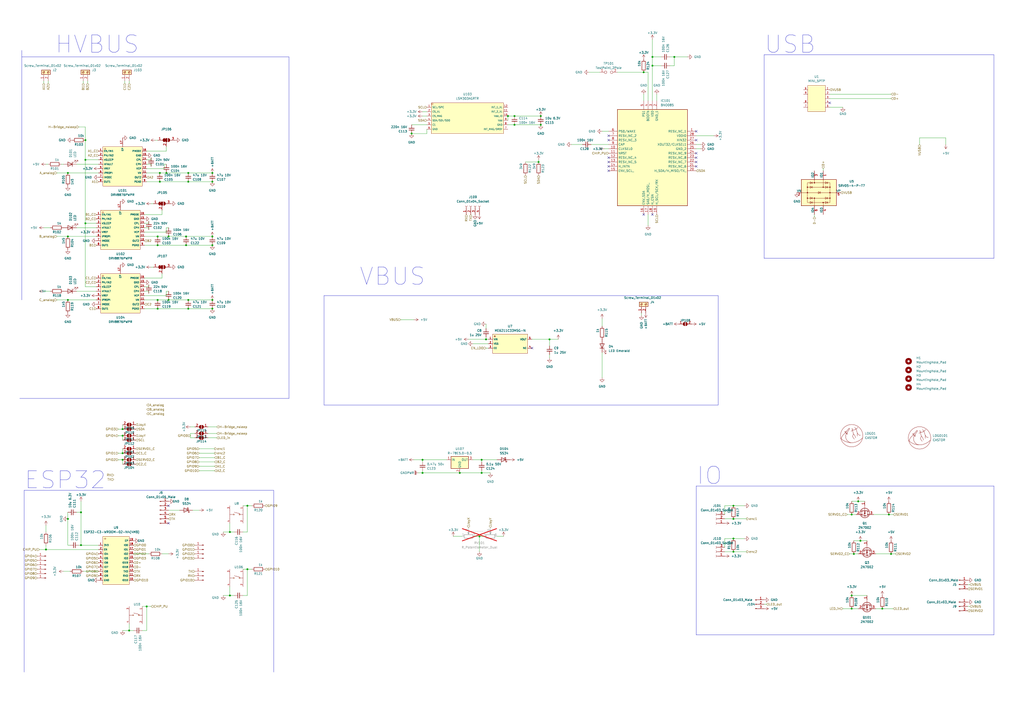
<source format=kicad_sch>
(kicad_sch (version 20230121) (generator eeschema)
  (paper "A2")
  (junction (at 91.44 173.99))
  (junction (at 238.76 77.47))
  (junction (at 91.44 137.16))
  (junction (at 71.12 266.7))
  (junction (at 39.37 300.99))
  (junction (at 391.16 33.02))
  (junction (at 39.37 173.99))
  (junction (at 97.79 173.99))
  (junction (at 143.51 293.37))
  (junction (at 109.22 173.99))
  (junction (at 109.22 105.41))
  (junction (at 425.45 300.99))
  (junction (at 85.09 351.79))
  (junction (at 123.19 105.41))
  (junction (at 123.19 100.33))
  (junction (at 298.45 72.39))
  (junction (at 109.22 179.07))
  (junction (at 96.52 100.33))
  (junction (at 107.95 137.16))
  (junction (at 133.35 308.61))
  (junction (at 107.95 142.24))
  (junction (at 378.46 33.02))
  (junction (at 92.71 105.41))
  (junction (at 71.12 248.92))
  (junction (at 494.03 298.45))
  (junction (at 71.12 252.73))
  (junction (at 373.38 41.91))
  (junction (at 294.64 67.31))
  (junction (at 39.37 100.33))
  (junction (at 245.11 266.7))
  (junction (at 313.69 72.39))
  (junction (at 109.22 100.33))
  (junction (at 511.81 353.06))
  (junction (at 143.51 330.2))
  (junction (at 318.77 196.85))
  (junction (at 278.13 311.15))
  (junction (at 378.46 38.1))
  (junction (at 279.4 274.32))
  (junction (at 71.12 262.89))
  (junction (at 494.03 345.44))
  (junction (at 313.69 67.31))
  (junction (at 312.42 93.98))
  (junction (at 298.45 67.31))
  (junction (at 123.19 173.99))
  (junction (at 497.84 290.83))
  (junction (at 49.53 92.71))
  (junction (at 516.89 321.31))
  (junction (at 279.4 266.7))
  (junction (at 74.93 365.76))
  (junction (at 91.44 142.24))
  (junction (at 133.35 345.44))
  (junction (at 92.71 100.33))
  (junction (at 91.44 179.07))
  (junction (at 46.99 316.23))
  (junction (at 39.37 137.16))
  (junction (at 123.19 137.16))
  (junction (at 499.11 313.69))
  (junction (at 123.19 142.24))
  (junction (at 266.7 274.32))
  (junction (at 425.45 293.37))
  (junction (at 26.67 318.77))
  (junction (at 123.19 179.07))
  (junction (at 281.94 196.85))
  (junction (at 49.53 129.54))
  (junction (at 495.3 321.31))
  (junction (at 245.11 274.32))
  (junction (at 515.62 298.45))
  (junction (at 97.79 137.16))
  (junction (at 425.45 320.04))
  (junction (at 46.99 297.18))
  (junction (at 494.03 353.06))
  (junction (at 49.53 81.28))
  (junction (at 425.45 312.42))
  (no_connect (at 97.79 293.37))
  (no_connect (at 403.86 91.44))
  (no_connect (at 353.06 81.28))
  (no_connect (at 353.06 96.52))
  (no_connect (at 403.86 93.98))
  (no_connect (at 353.06 93.98))
  (no_connect (at 353.06 91.44))
  (no_connect (at 373.38 124.46))
  (no_connect (at 353.06 78.74))
  (no_connect (at 308.61 201.93))
  (no_connect (at 403.86 96.52))
  (no_connect (at 403.86 76.2))
  (no_connect (at 353.06 99.06))
  (no_connect (at 97.79 303.53))
  (no_connect (at 481.33 59.69))
  (no_connect (at 378.46 124.46))
  (no_connect (at 403.86 81.28))
  (no_connect (at 403.86 88.9))
  (wire (pts (xy 87.63 91.44) (xy 87.63 92.71)))
  (wire (pts (xy 83.82 129.54) (xy 86.36 129.54)))
  (wire (pts (xy 109.22 173.99) (xy 123.19 173.99)))
  (polyline (pts (xy 443.23 149.86) (xy 576.58 149.86)))
  (wire (pts (xy 57.15 331.47) (xy 48.26 331.47)))
  (wire (pts (xy 115.57 267.97) (xy 124.46 267.97)))
  (wire (pts (xy 143.51 293.37) (xy 146.05 293.37)))
  (wire (pts (xy 494.03 345.44) (xy 502.92 345.44)))
  (wire (pts (xy 245.11 266.7) (xy 245.11 267.97)))
  (wire (pts (xy 414.02 78.74) (xy 403.86 78.74)))
  (wire (pts (xy 110.49 251.46) (xy 110.49 254)))
  (wire (pts (xy 86.36 168.91) (xy 86.36 170.18)))
  (wire (pts (xy 74.93 365.76) (xy 71.12 365.76)))
  (wire (pts (xy 95.25 95.25) (xy 96.52 95.25)))
  (wire (pts (xy 425.45 293.37) (xy 420.37 293.37)))
  (wire (pts (xy 33.02 173.99) (xy 39.37 173.99)))
  (wire (pts (xy 533.4 80.01) (xy 533.4 83.82)))
  (wire (pts (xy 95.25 97.79) (xy 85.09 97.79)))
  (wire (pts (xy 91.44 137.16) (xy 97.79 137.16)))
  (wire (pts (xy 113.03 251.46) (xy 110.49 251.46)))
  (wire (pts (xy 39.37 173.99) (xy 55.88 173.99)))
  (polyline (pts (xy 187.96 234.95) (xy 187.96 171.45)))
  (wire (pts (xy 240.03 266.7) (xy 245.11 266.7)))
  (wire (pts (xy 143.51 308.61) (xy 143.51 293.37)))
  (wire (pts (xy 548.64 80.01) (xy 548.64 83.82)))
  (wire (pts (xy 349.25 204.47) (xy 349.25 219.075)))
  (wire (pts (xy 46.99 316.23) (xy 57.15 316.23)))
  (wire (pts (xy 129.54 345.44) (xy 133.35 345.44)))
  (wire (pts (xy 292.1 311.15) (xy 288.29 311.15)))
  (wire (pts (xy 44.45 297.18) (xy 46.99 297.18)))
  (wire (pts (xy 342.9 83.82) (xy 353.06 83.82)))
  (wire (pts (xy 83.82 168.91) (xy 86.36 168.91)))
  (wire (pts (xy 508 321.31) (xy 516.89 321.31)))
  (wire (pts (xy 245.11 273.05) (xy 245.11 274.32)))
  (wire (pts (xy 240.03 185.42) (xy 232.41 185.42)))
  (wire (pts (xy 68.58 266.7) (xy 71.12 266.7)))
  (wire (pts (xy 515.62 298.45) (xy 518.16 298.45)))
  (wire (pts (xy 281.94 187.96) (xy 281.94 190.5)))
  (wire (pts (xy 420.37 293.37) (xy 420.37 298.45)))
  (wire (pts (xy 274.32 199.39) (xy 283.21 199.39)))
  (wire (pts (xy 49.53 129.54) (xy 55.88 129.54)))
  (wire (pts (xy 143.51 330.2) (xy 146.05 330.2)))
  (wire (pts (xy 516.89 321.31) (xy 519.43 321.31)))
  (wire (pts (xy 71.12 248.92) (xy 71.12 246.38)))
  (wire (pts (xy 96.52 132.08) (xy 97.79 132.08)))
  (wire (pts (xy 36.83 95.25) (xy 35.56 95.25)))
  (wire (pts (xy 49.53 166.37) (xy 55.88 166.37)))
  (wire (pts (xy 349.25 184.785) (xy 349.25 189.23)))
  (wire (pts (xy 497.84 290.83) (xy 501.65 290.83)))
  (wire (pts (xy 444.5 350.52) (xy 443.23 350.52)))
  (wire (pts (xy 281.94 195.58) (xy 281.94 196.85)))
  (wire (pts (xy 96.52 87.63) (xy 85.09 87.63)))
  (wire (pts (xy 50.8 48.26) (xy 50.8 46.99)))
  (wire (pts (xy 477.52 97.79) (xy 477.52 99.06)))
  (wire (pts (xy 26.67 304.8) (xy 26.67 308.61)))
  (wire (pts (xy 298.45 67.31) (xy 294.64 67.31)))
  (wire (pts (xy 96.52 85.09) (xy 96.52 87.63)))
  (wire (pts (xy 259.08 266.7) (xy 245.11 266.7)))
  (wire (pts (xy 481.33 57.15) (xy 516.89 57.15)))
  (wire (pts (xy 245.11 67.31) (xy 247.65 67.31)))
  (polyline (pts (xy 167.64 231.14) (xy 11.43 231.14)))
  (wire (pts (xy 375.92 41.91) (xy 375.92 58.42)))
  (wire (pts (xy 331.47 83.82) (xy 337.82 83.82)))
  (wire (pts (xy 46.99 297.18) (xy 46.99 290.83)))
  (wire (pts (xy 378.46 22.86) (xy 378.46 33.02)))
  (wire (pts (xy 93.98 158.75) (xy 93.98 161.29)))
  (wire (pts (xy 86.36 132.08) (xy 86.36 133.35)))
  (wire (pts (xy 481.33 54.61) (xy 516.89 54.61)))
  (polyline (pts (xy 576.58 368.3) (xy 403.86 368.3)))
  (wire (pts (xy 499.11 313.69) (xy 502.92 313.69)))
  (wire (pts (xy 85.09 100.33) (xy 92.71 100.33)))
  (wire (pts (xy 318.77 196.85) (xy 318.77 200.66)))
  (wire (pts (xy 22.86 318.77) (xy 26.67 318.77)))
  (wire (pts (xy 115.57 270.51) (xy 124.46 270.51)))
  (wire (pts (xy 44.45 132.08) (xy 55.88 132.08)))
  (wire (pts (xy 373.38 41.91) (xy 375.92 41.91)))
  (wire (pts (xy 279.4 266.7) (xy 288.29 266.7)))
  (wire (pts (xy 29.21 168.91) (xy 25.4 168.91)))
  (wire (pts (xy 124.46 260.35) (xy 115.57 260.35)))
  (polyline (pts (xy 158.75 284.48) (xy 158.75 389.89)))
  (wire (pts (xy 562.61 351.79) (xy 561.34 351.79)))
  (wire (pts (xy 562.61 339.09) (xy 561.34 339.09)))
  (polyline (pts (xy 576.58 31.75) (xy 443.23 31.75)))
  (wire (pts (xy 406.4 83.82) (xy 403.86 83.82)))
  (wire (pts (xy 120.65 247.65) (xy 125.73 247.65)))
  (wire (pts (xy 36.83 331.47) (xy 40.64 331.47)))
  (wire (pts (xy 275.59 311.15) (xy 278.13 311.15)))
  (polyline (pts (xy 403.86 281.94) (xy 403.86 368.3)))
  (wire (pts (xy 77.47 365.76) (xy 74.93 365.76)))
  (wire (pts (xy 107.95 142.24) (xy 123.19 142.24)))
  (wire (pts (xy 29.21 132.08) (xy 25.4 132.08)))
  (wire (pts (xy 245.11 274.32) (xy 242.57 274.32)))
  (wire (pts (xy 425.45 320.04) (xy 420.37 320.04)))
  (polyline (pts (xy 416.56 171.45) (xy 416.56 234.95)))
  (wire (pts (xy 109.22 105.41) (xy 123.19 105.41)))
  (wire (pts (xy 391.16 33.02) (xy 398.78 33.02)))
  (wire (pts (xy 425.45 300.99) (xy 420.37 300.99)))
  (wire (pts (xy 96.52 100.33) (xy 109.22 100.33)))
  (wire (pts (xy 115.57 273.05) (xy 124.46 273.05)))
  (wire (pts (xy 383.54 33.02) (xy 378.46 33.02)))
  (polyline (pts (xy 13.97 284.48) (xy 13.97 389.89)))
  (wire (pts (xy 125.73 251.46) (xy 120.65 251.46)))
  (wire (pts (xy 494.03 290.83) (xy 497.84 290.83)))
  (wire (pts (xy 83.82 166.37) (xy 86.36 166.37)))
  (wire (pts (xy 83.82 179.07) (xy 91.44 179.07)))
  (wire (pts (xy 83.82 137.16) (xy 91.44 137.16)))
  (polyline (pts (xy 576.58 281.94) (xy 576.58 368.3)))
  (wire (pts (xy 85.09 365.76) (xy 85.09 351.79)))
  (wire (pts (xy 85.09 351.79) (xy 87.63 351.79)))
  (wire (pts (xy 39.37 100.33) (xy 57.15 100.33)))
  (wire (pts (xy 140.97 308.61) (xy 143.51 308.61)))
  (wire (pts (xy 39.37 297.18) (xy 39.37 300.99)))
  (wire (pts (xy 68.58 262.89) (xy 71.12 262.89)))
  (wire (pts (xy 313.69 67.31) (xy 298.45 67.31)))
  (wire (pts (xy 27.94 48.26) (xy 27.94 46.99)))
  (wire (pts (xy 425.45 320.04) (xy 433.07 320.04)))
  (wire (pts (xy 96.52 171.45) (xy 83.82 171.45)))
  (wire (pts (xy 358.14 41.91) (xy 373.38 41.91)))
  (wire (pts (xy 271.78 196.85) (xy 281.94 196.85)))
  (wire (pts (xy 472.44 125.73) (xy 472.44 124.46)))
  (wire (pts (xy 74.93 48.26) (xy 74.93 46.99)))
  (wire (pts (xy 373.38 54.61) (xy 373.38 58.42)))
  (wire (pts (xy 378.46 33.02) (xy 378.46 38.1)))
  (wire (pts (xy 308.61 196.85) (xy 318.77 196.85)))
  (wire (pts (xy 266.7 274.32) (xy 279.4 274.32)))
  (polyline (pts (xy 167.64 33.02) (xy 167.64 231.14)))
  (polyline (pts (xy 187.96 171.45) (xy 416.56 171.45)))
  (wire (pts (xy 124.46 265.43) (xy 115.57 265.43)))
  (wire (pts (xy 245.11 274.32) (xy 266.7 274.32)))
  (wire (pts (xy 281.94 196.85) (xy 283.21 196.85)))
  (wire (pts (xy 39.37 137.16) (xy 55.88 137.16)))
  (polyline (pts (xy 403.86 281.94) (xy 576.58 281.94)))
  (wire (pts (xy 49.53 92.71) (xy 49.53 129.54)))
  (wire (pts (xy 91.44 173.99) (xy 97.79 173.99)))
  (wire (pts (xy 92.71 105.41) (xy 109.22 105.41)))
  (wire (pts (xy 491.49 298.45) (xy 494.03 298.45)))
  (wire (pts (xy 284.48 274.32) (xy 279.4 274.32)))
  (wire (pts (xy 238.76 72.39) (xy 247.65 72.39)))
  (wire (pts (xy 71.12 266.7) (xy 71.12 269.24)))
  (wire (pts (xy 45.72 316.23) (xy 46.99 316.23)))
  (wire (pts (xy 279.4 266.7) (xy 279.4 267.97)))
  (wire (pts (xy 27.94 95.25) (xy 26.67 95.25)))
  (wire (pts (xy 318.77 196.85) (xy 323.85 196.85)))
  (wire (pts (xy 506.73 298.45) (xy 515.62 298.45)))
  (wire (pts (xy 77.47 321.31) (xy 86.36 321.31)))
  (wire (pts (xy 107.95 137.16) (xy 123.19 137.16)))
  (wire (pts (xy 140.97 330.2) (xy 143.51 330.2)))
  (wire (pts (xy 120.65 254) (xy 125.73 254)))
  (wire (pts (xy 74.93 361.95) (xy 74.93 365.76)))
  (wire (pts (xy 378.46 38.1) (xy 378.46 58.42)))
  (wire (pts (xy 425.45 293.37) (xy 431.8 293.37)))
  (wire (pts (xy 83.82 142.24) (xy 91.44 142.24)))
  (wire (pts (xy 82.55 351.79) (xy 85.09 351.79)))
  (wire (pts (xy 90.17 81.28) (xy 91.44 81.28)))
  (wire (pts (xy 294.64 72.39) (xy 298.45 72.39)))
  (wire (pts (xy 425.45 312.42) (xy 431.8 312.42)))
  (wire (pts (xy 281.94 201.93) (xy 283.21 201.93)))
  (wire (pts (xy 72.39 48.26) (xy 72.39 46.99)))
  (wire (pts (xy 511.81 353.06) (xy 518.16 353.06)))
  (wire (pts (xy 86.36 165.1) (xy 86.36 166.37)))
  (wire (pts (xy 135.89 345.44) (xy 133.35 345.44)))
  (wire (pts (xy 71.12 252.73) (xy 71.12 255.27)))
  (wire (pts (xy 110.49 247.65) (xy 113.03 247.65)))
  (wire (pts (xy 388.62 33.02) (xy 391.16 33.02)))
  (wire (pts (xy 95.25 95.25) (xy 95.25 97.79)))
  (wire (pts (xy 278.13 320.04) (xy 278.13 311.15)))
  (wire (pts (xy 497.84 353.06) (xy 494.03 353.06)))
  (wire (pts (xy 57.15 92.71) (xy 49.53 92.71)))
  (wire (pts (xy 48.26 48.26) (xy 48.26 46.99)))
  (wire (pts (xy 140.97 293.37) (xy 143.51 293.37)))
  (polyline (pts (xy 416.56 234.95) (xy 187.96 234.95)))
  (wire (pts (xy 49.53 129.54) (xy 49.53 166.37)))
  (wire (pts (xy 349.25 76.2) (xy 353.06 76.2)))
  (wire (pts (xy 425.45 300.99) (xy 433.07 300.99)))
  (wire (pts (xy 406.4 86.36) (xy 403.86 86.36)))
  (wire (pts (xy 93.98 161.29) (xy 83.82 161.29)))
  (wire (pts (xy 298.45 72.39) (xy 313.69 72.39)))
  (wire (pts (xy 143.51 345.44) (xy 143.51 330.2)))
  (wire (pts (xy 378.46 38.1) (xy 383.54 38.1)))
  (polyline (pts (xy 443.23 31.75) (xy 443.23 149.86)))
  (wire (pts (xy 39.37 300.99) (xy 39.37 316.23)))
  (polyline (pts (xy 12.7 29.21) (xy 12.7 173.99)))
  (wire (pts (xy 96.52 168.91) (xy 96.52 171.45)))
  (wire (pts (xy 87.63 95.25) (xy 87.63 96.52)))
  (wire (pts (xy 91.44 142.24) (xy 107.95 142.24)))
  (wire (pts (xy 49.53 73.66) (xy 49.53 81.28)))
  (wire (pts (xy 33.02 100.33) (xy 39.37 100.33)))
  (wire (pts (xy 26.67 318.77) (xy 26.67 316.23)))
  (wire (pts (xy 381 54.61) (xy 381 58.42)))
  (wire (pts (xy 508 353.06) (xy 511.81 353.06)))
  (wire (pts (xy 83.82 173.99) (xy 91.44 173.99)))
  (wire (pts (xy 350.52 86.36) (xy 353.06 86.36)))
  (wire (pts (xy 312.42 92.71) (xy 312.42 93.98)))
  (wire (pts (xy 425.45 312.42) (xy 420.37 312.42)))
  (wire (pts (xy 85.09 92.71) (xy 87.63 92.71)))
  (wire (pts (xy 45.72 73.66) (xy 49.53 73.66)))
  (polyline (pts (xy 576.58 149.86) (xy 576.58 31.75)))
  (wire (pts (xy 96.52 132.08) (xy 96.52 134.62)))
  (wire (pts (xy 86.36 128.27) (xy 86.36 129.54)))
  (wire (pts (xy 85.09 105.41) (xy 92.71 105.41)))
  (wire (pts (xy 494.03 298.45) (xy 496.57 298.45)))
  (wire (pts (xy 68.58 248.92) (xy 71.12 248.92)))
  (wire (pts (xy 488.95 353.06) (xy 494.03 353.06)))
  (wire (pts (xy 111.76 295.91) (xy 115.57 295.91)))
  (wire (pts (xy 87.63 118.11) (xy 88.9 118.11)))
  (wire (pts (xy 391.16 33.02) (xy 391.16 38.1)))
  (wire (pts (xy 97.79 295.91) (xy 104.14 295.91)))
  (wire (pts (xy 495.3 321.31) (xy 497.84 321.31)))
  (wire (pts (xy 245.11 64.77) (xy 247.65 64.77)))
  (wire (pts (xy 91.44 179.07) (xy 109.22 179.07)))
  (wire (pts (xy 96.52 134.62) (xy 83.82 134.62)))
  (wire (pts (xy 488.95 62.23) (xy 481.33 62.23)))
  (wire (pts (xy 372.11 182.88) (xy 372.11 181.61)))
  (wire (pts (xy 341.63 41.91) (xy 347.98 41.91)))
  (polyline (pts (xy 12.7 33.02) (xy 167.64 33.02)))
  (wire (pts (xy 113.03 254) (xy 110.49 254)))
  (wire (pts (xy 97.79 173.99) (xy 109.22 173.99)))
  (wire (pts (xy 68.58 252.73) (xy 71.12 252.73)))
  (wire (pts (xy 124.46 262.89) (xy 115.57 262.89)))
  (wire (pts (xy 279.4 273.05) (xy 279.4 274.32)))
  (wire (pts (xy 318.77 205.74) (xy 318.77 207.645)))
  (wire (pts (xy 133.35 308.61) (xy 133.35 303.53)))
  (wire (pts (xy 492.76 321.31) (xy 495.3 321.31)))
  (wire (pts (xy 294.64 69.85) (xy 294.64 67.31)))
  (wire (pts (xy 93.98 124.46) (xy 83.82 124.46)))
  (wire (pts (xy 274.32 266.7) (xy 279.4 266.7)))
  (wire (pts (xy 97.79 321.31) (xy 93.98 321.31)))
  (wire (pts (xy 129.54 308.61) (xy 133.35 308.61)))
  (wire (pts (xy 278.13 311.15) (xy 280.67 311.15)))
  (wire (pts (xy 495.3 313.69) (xy 499.11 313.69)))
  (wire (pts (xy 388.62 38.1) (xy 391.16 38.1)))
  (wire (pts (xy 25.4 48.26) (xy 25.4 46.99)))
  (wire (pts (xy 304.8 93.98) (xy 312.42 93.98)))
  (wire (pts (xy 533.4 80.01) (xy 548.64 80.01)))
  (wire (pts (xy 96.52 168.91) (xy 97.79 168.91)))
  (wire (pts (xy 83.82 132.08) (xy 86.36 132.08)))
  (polyline (pts (xy 13.97 284.48) (xy 158.75 284.48)))
  (wire (pts (xy 87.63 154.94) (xy 88.9 154.94)))
  (wire (pts (xy 92.71 100.33) (xy 96.52 100.33)))
  (wire (pts (xy 39.37 316.23) (xy 40.64 316.23)))
  (wire (pts (xy 420.37 312.42) (xy 420.37 317.5)))
  (wire (pts (xy 44.45 95.25) (xy 57.15 95.25)))
  (wire (pts (xy 140.97 345.44) (xy 143.51 345.44)))
  (wire (pts (xy 44.45 168.91) (xy 55.88 168.91)))
  (wire (pts (xy 49.53 81.28) (xy 49.53 92.71)))
  (wire (pts (xy 71.12 262.89) (xy 71.12 260.35)))
  (wire (pts (xy 247.65 77.47) (xy 247.65 74.93)))
  (wire (pts (xy 85.09 95.25) (xy 87.63 95.25)))
  (wire (pts (xy 262.89 311.15) (xy 267.97 311.15)))
  (wire (pts (xy 93.98 121.92) (xy 93.98 124.46)))
  (wire (pts (xy 46.99 297.18) (xy 46.99 316.23)))
  (wire (pts (xy 109.22 100.33) (xy 123.19 100.33)))
  (wire (pts (xy 135.89 308.61) (xy 133.35 308.61)))
  (wire (pts (xy 133.35 345.44) (xy 133.35 340.36)))
  (wire (pts (xy 33.02 137.16) (xy 39.37 137.16)))
  (wire (pts (xy 82.55 365.76) (xy 85.09 365.76)))
  (wire (pts (xy 238.76 77.47) (xy 247.65 77.47)))
  (wire (pts (xy 26.67 318.77) (xy 57.15 318.77)))
  (wire (pts (xy 109.22 179.07) (xy 123.19 179.07)))
  (wire (pts (xy 375.92 130.81) (xy 375.92 124.46)))
  (wire (pts (xy 97.79 137.16) (xy 107.95 137.16)))
  (text "ESP32" (at 13.97 284.48 0) (effects (font (size 10 10)) (justify left bottom)))
  (text "IO" (at 403.86 281.94 0) (effects (font (size 10 10)) (justify left bottom)))
  (text "VBUS" (at 208.28 166.37 0) (effects (font (size 10 10)) (justify left bottom)))
  (text "USB" (at 443.23 31.75 0) (effects (font (size 10 10)) (justify left bottom)))
  (text "HVBUS" (at 31.75 31.75 0) (effects (font (size 10 10)) (justify left bottom)))
  (hierarchical_label "TX" (shape input) (at 66.04 278.13 180))
  (hierarchical_label "C1" (shape input) (at 72.39 48.26 270))
  (hierarchical_label "GPIO8" (shape input) (at 57.15 331.47 180))
  (hierarchical_label "LED_out" (shape input) (at 518.16 353.06 0))
  (hierarchical_label "GPIO5" (shape input) (at 115.57 260.35 180))
  (hierarchical_label "GPIO4" (shape input) (at 68.58 252.73 180))
  (hierarchical_label "CHIP_PU" (shape input) (at 22.86 318.77 180))
  (hierarchical_label "C1_C" (shape input) (at 55.88 161.29 180))
  (hierarchical_label "GPIO1" (shape input) (at 113.03 318.77 180))
  (hierarchical_label "JoyX" (shape input) (at 271.78 306.07 90))
  (hierarchical_label "EN_LDO" (shape input) (at 281.94 201.93 180))
  (hierarchical_label "D-" (shape input) (at 516.89 54.61 0))
  (hierarchical_label "B2_C" (shape input) (at 55.88 127 180))
  (hierarchical_label "B1_C" (shape input) (at 55.88 124.46 180))
  (hierarchical_label "C_analog" (shape input) (at 33.02 173.99 180))
  (hierarchical_label "GPIO2" (shape input) (at 77.47 321.31 0))
  (hierarchical_label "GPIO7" (shape input) (at 115.57 265.43 180))
  (hierarchical_label "TX" (shape input) (at 77.47 331.47 0))
  (hierarchical_label "SERVO1" (shape input) (at 518.16 298.45 0))
  (hierarchical_label "RX" (shape input) (at 113.03 334.01 180))
  (hierarchical_label "H-Bridge_nsleep" (shape input) (at 125.73 247.65 0))
  (hierarchical_label "GPIO1" (shape input) (at 77.47 318.77 0))
  (hierarchical_label "CHIP_PU" (shape input) (at 87.63 351.79 0))
  (hierarchical_label "GPIO9" (shape input) (at 153.67 293.37 0))
  (hierarchical_label "D-" (shape input) (at 472.44 125.73 270))
  (hierarchical_label "A2" (shape input) (at 27.94 48.26 270))
  (hierarchical_label "enc2" (shape output) (at 124.46 262.89 0))
  (hierarchical_label "A2" (shape input) (at 85.09 102.87 0))
  (hierarchical_label "B_analog" (shape input) (at 85.09 237.49 0))
  (hierarchical_label "GPIO9" (shape input) (at 57.15 334.01 180))
  (hierarchical_label "B1" (shape input) (at 48.26 48.26 270))
  (hierarchical_label "D+" (shape input) (at 516.89 57.15 0))
  (hierarchical_label "B_analog" (shape input) (at 33.02 137.16 180))
  (hierarchical_label "LED_out" (shape input) (at 444.5 350.52 0))
  (hierarchical_label "SCL" (shape input) (at 304.8 101.6 270))
  (hierarchical_label "GPIO6" (shape input) (at 21.59 327.66 180))
  (hierarchical_label "GPIO10" (shape input) (at 153.67 330.2 0))
  (hierarchical_label "VBUS" (shape input) (at 232.41 185.42 180))
  (hierarchical_label "H-Bridge_nsleep" (shape input) (at 45.72 73.66 180))
  (hierarchical_label "GPIO10" (shape input) (at 115.57 273.05 180))
  (hierarchical_label "SERVO2" (shape input) (at 519.43 321.31 0))
  (hierarchical_label "GPIO3" (shape input) (at 113.03 323.85 180))
  (hierarchical_label "RX" (shape input) (at 97.79 298.45 0))
  (hierarchical_label "GPIO4" (shape input) (at 21.59 322.58 180))
  (hierarchical_label "TX" (shape input) (at 113.03 331.47 180))
  (hierarchical_label "GPIO3" (shape input) (at 77.47 323.85 0))
  (hierarchical_label "SDA" (shape input) (at 312.42 101.6 270))
  (hierarchical_label "JoyY" (shape input) (at 284.48 306.07 90))
  (hierarchical_label "LED_in" (shape input) (at 125.73 254 0))
  (hierarchical_label "A1_C" (shape input) (at 124.46 270.51 0))
  (hierarchical_label "LED_in" (shape input) (at 488.95 353.06 180))
  (hierarchical_label "SERVO1_C" (shape input) (at 78.74 260.35 0))
  (hierarchical_label "A_analog" (shape input) (at 85.09 234.95 0))
  (hierarchical_label "A_analog" (shape input) (at 33.02 100.33 180))
  (hierarchical_label "C2" (shape input) (at 83.82 176.53 0))
  (hierarchical_label "A1" (shape input) (at 57.15 105.41 180))
  (hierarchical_label "GPIO0" (shape input) (at 113.03 316.23 180))
  (hierarchical_label "GPIO4" (shape input) (at 57.15 321.31 180))
  (hierarchical_label "VUSB" (shape input) (at 533.4 83.82 270))
  (hierarchical_label "C1" (shape input) (at 55.88 179.07 180))
  (hierarchical_label "GPIO9" (shape input) (at 115.57 270.51 180))
  (hierarchical_label "D-" (shape input) (at 77.47 328.93 0))
  (hierarchical_label "RX" (shape input) (at 270.51 124.46 270))
  (hierarchical_label "B2_C" (shape input) (at 124.46 267.97 0))
  (hierarchical_label "GPIO6" (shape input) (at 57.15 326.39 180))
  (hierarchical_label "C1_C" (shape input) (at 78.74 262.89 0))
  (hierarchical_label "JoyX" (shape input) (at 78.74 246.38 0))
  (hierarchical_label "SERVO2_C" (shape input) (at 78.74 266.7 0))
  (hierarchical_label "B2" (shape input) (at 50.8 48.26 270))
  (hierarchical_label "A1_C" (shape input) (at 57.15 87.63 180))
  (hierarchical_label "SERVO1_C" (shape input) (at 491.49 298.45 180))
  (hierarchical_label "D+" (shape input) (at 77.47 326.39 0))
  (hierarchical_label "H-Bridge_nsleep" (shape input) (at 125.73 251.46 0))
  (hierarchical_label "SERVO1" (shape input) (at 561.34 341.63 0))
  (hierarchical_label "GPIO2" (shape input) (at 68.58 266.7 180))
  (hierarchical_label "GPIO7" (shape input) (at 21.59 330.2 180))
  (hierarchical_label "TX" (shape input) (at 273.05 124.46 270))
  (hierarchical_label "A2_C" (shape input) (at 124.46 273.05 0))
  (hierarchical_label "SERVO2_C" (shape input) (at 492.76 321.31 180))
  (hierarchical_label "SDA" (shape input) (at 247.65 69.85 180))
  (hierarchical_label "GPIO9" (shape input) (at 21.59 335.28 180))
  (hierarchical_label "enc1" (shape output) (at 124.46 260.35 0))
  (hierarchical_label "B1" (shape input) (at 55.88 142.24 180))
  (hierarchical_label "TX" (shape input) (at 97.79 300.99 0))
  (hierarchical_label "B1_C" (shape input) (at 124.46 265.43 0))
  (hierarchical_label "GPIO3" (shape input) (at 68.58 248.92 180))
  (hierarchical_label "C2_C" (shape input) (at 55.88 163.83 180))
  (hierarchical_label "C2" (shape input) (at 74.93 48.26 270))
  (hierarchical_label "GPIO0" (shape input) (at 77.47 316.23 0))
  (hierarchical_label "enc1" (shape output) (at 433.07 300.99 0))
  (hierarchical_label "SDA" (shape input) (at 403.86 99.06 0))
  (hierarchical_label "SCL" (shape input) (at 247.65 62.23 180))
  (hierarchical_label "JoyY" (shape input) (at 78.74 252.73 0))
  (hierarchical_label "GPIO10" (shape input) (at 113.03 336.55 180))
  (hierarchical_label "A2_C" (shape input) (at 57.15 90.17 180))
  (hierarchical_label "C_analog" (shape input) (at 85.09 240.03 0))
  (hierarchical_label "B2" (shape input) (at 83.82 139.7 0))
  (hierarchical_label "C2_C" (shape input) (at 78.74 269.24 0))
  (hierarchical_label "GPIO5" (shape input) (at 57.15 323.85 180))
  (hierarchical_label "GPIO5" (shape input) (at 21.59 325.12 180))
  (hierarchical_label "GPIO10" (shape input) (at 77.47 336.55 0))
  (hierarchical_label "GPIO6" (shape input) (at 115.57 262.89 180))
  (hierarchical_label "VUSB" (shape input) (at 481.33 52.07 0))
  (hierarchical_label "SCL" (shape input) (at 381 124.46 270))
  (hierarchical_label "GPIO7" (shape input) (at 57.15 328.93 180))
  (hierarchical_label "D+" (shape input) (at 477.52 97.79 90))
  (hierarchical_label "VUSB" (shape input) (at 487.68 111.76 0))
  (hierarchical_label "VBUS" (shape input) (at 562.61 339.09 0))
  (hierarchical_label "VBUS" (shape input) (at 562.61 351.79 0))
  (hierarchical_label "SERVO2" (shape input) (at 561.34 354.33 0))
  (hierarchical_label "GPIO8" (shape input) (at 115.57 267.97 180))
  (hierarchical_label "RX" (shape input) (at 77.47 334.01 0))
  (hierarchical_label "GPIO1" (shape input) (at 68.58 262.89 180))
  (hierarchical_label "GPIO2" (shape input) (at 113.03 321.31 180))
  (hierarchical_label "SCL" (shape input) (at 78.74 255.27 0))
  (hierarchical_label "RX" (shape input) (at 66.04 275.59 180))
  (hierarchical_label "SDA" (shape input) (at 78.74 248.92 0))
  (hierarchical_label "enc2" (shape output) (at 433.07 320.04 0))
  (hierarchical_label "GPIO0" (shape input) (at 110.49 252.73 180))
  (hierarchical_label "CHIP_PU" (shape input) (at 353.06 88.9 180))
  (hierarchical_label "A1" (shape input) (at 25.4 48.26 270))
  (hierarchical_label "GPIO8" (shape input) (at 21.59 332.74 180))
  (symbol (lib_id "Device:C_Small") (at 281.94 193.04 0) (mirror y) (unit 1)
    (property "Reference" "C8" (at 279.4 191.77 0) (effects (justify left)))
    (property "Value" "1u 25V" (at 279.4 194.31 0) (effects (justify left)))
    (property "Footprint" "Capacitor_SMD:C_0402_1005Metric" (effects hide))
    (property "LCSC" "C52923" (effects hide))
  )
  (symbol (lib_id "0_JLCPCB_Symbols:LSM303AGRTR") (at 271.78 68.58 0) (unit 1)
    (property "Reference" "U103" (at 271.145 54.61 0))
    (property "Value" "LSM303AGRTR" (at 271.145 57.15 0))
    (property "Footprint" "0_JLCPCB_Footprints:LGA-12_L2.0-W2.0-P0.50-BL" (effects hide))
    (property "Datasheet" "https://so.szlcsc.com/global.html?c=&k=C915682" (effects hide))
    (property "LCSC" "C126671" (effects hide))
  )
  (symbol (lib_id "power:+3.3V") (at 373.38 34.29 0) (mirror y) (unit 1)
    (property "Reference" "#PWR0177" (effects hide))
    (property "Value" "+3.3V" (at 373.38 30.48 0))
  )
  (symbol (lib_id "Connector:Conn_01x03_Male") (at 556.26 339.09 0) (unit 1)
    (property "Reference" "J5" (at 553.72 339.09 0))
    (property "Value" "Conn_01x03_Male" (at 547.37 336.55 0))
    (property "Footprint" "Connector_PinHeader_2.54mm:PinHeader_1x03_P2.54mm_Vertical" (effects hide))
  )
  (symbol (lib_id "power:+BATT") (at 374.65 181.61 0) (mirror x) (unit 1)
    (property "Reference" "#PWR0104" (effects hide))
    (property "Value" "+BATT" (at 374.65 187.96 90))
  )
  (symbol (lib_id "power:+3.3V") (at 245.11 64.77 90) (mirror x) (unit 1)
    (property "Reference" "#PWR0110" (effects hide))
    (property "Value" "+3.3V" (at 238.76 64.77 90))
  )
  (symbol (lib_id "Connector:Conn_01x01_Pin") (at 118.11 321.31 180) (unit 1)
    (property "Reference" "J112" (effects hide))
    (property "Value" "Conn_01x01_Pin" (effects hide))
    (property "Footprint" "0_JLCPCB_Footprints:Hex Pad" (effects hide))
  )
  (symbol (lib_id "Transistor_FET:2N7002") (at 502.92 350.52 270) (unit 1)
    (property "Reference" "Q101" (at 502.92 358.14 90))
    (property "Value" "2N7002" (at 502.92 360.68 90))
    (property "Footprint" "Package_TO_SOT_SMD:SOT-23" (effects hide))
    (property "Datasheet" "https://www.onsemi.com/pub/Collateral/NDS7002A-D.PDF" (effects hide))
    (property "LCSC" "C8545" (effects hide))
  )
  (symbol (lib_id "power:+3.3V") (at 262.89 311.15 0) (mirror y) (unit 1)
    (property "Reference" "#PWR0120" (effects hide))
    (property "Value" "+3.3V" (at 262.89 307.34 0))
  )
  (symbol (lib_id "Connector:Conn_01x01_Pin") (at 118.11 334.01 180) (unit 1)
    (property "Reference" "J106" (effects hide))
    (property "Value" "Conn_01x01_Pin" (effects hide))
    (property "Footprint" "0_JLCPCB_Footprints:Hex Pad" (effects hide))
  )
  (symbol (lib_id "Device:C_Small") (at 96.52 97.79 0) (mirror x) (unit 1)
    (property "Reference" "C104" (at 99.06 99.06 0) (effects (justify left)))
    (property "Value" "100n 16V" (at 99.06 96.52 0) (effects (justify left)))
    (property "Footprint" "Capacitor_SMD:C_0402_1005Metric" (effects hide))
    (property "LCSC" "C1525" (effects hide))
  )
  (symbol (lib_id "Mechanical:MountingHole") (at 527.05 219.71 270) (unit 1)
    (property "Reference" "H3" (at 531.495 217.805 90) (effects (justify left)))
    (property "Value" "MountingHole_Pad" (at 531.495 220.345 90) (effects (justify left)))
    (property "Footprint" "MountingHole:MountingHole_3.2mm_M3" (effects hide))
  )
  (symbol (lib_id "power:GND") (at 313.69 72.39 0) (unit 1)
    (property "Reference" "#PWR0103" (effects hide))
    (property "Value" "GND" (at 313.69 77.47 0))
  )
  (symbol (lib_id "power:+5V") (at 515.62 290.83 0) (unit 1)
    (property "Reference" "#PWR0140" (effects hide))
    (property "Value" "+5V" (at 515.62 285.75 0))
  )
  (symbol (lib_id "Connector:TestPoint_2Pole") (at 353.06 41.91 0) (unit 1)
    (property "Reference" "TP101" (at 353.06 36.83 0))
    (property "Value" "TestPoint_2Pole" (at 353.06 39.37 0))
    (property "Footprint" "TestPoint:TestPoint_2Pads_Pitch2.54mm_Drill0.8mm" (effects hide))
  )
  (symbol (lib_id "power:+3.3V") (at 55.88 171.45 90) (mirror x) (unit 1)
    (property "Reference" "#PWR0150" (effects hide))
    (property "Value" "+3.3V" (at 49.53 171.45 90))
  )
  (symbol (lib_id "0_JLCPCB_Symbols:ESP32-C3-WROOM-02-N4(4MB)") (at 64.77 316.23 0) (unit 1)
    (property "Reference" "U9" (at 67.31 306.07 0))
    (property "Value" "ESP32-C3-WROOM-02-N4(4MB)" (at 64.77 308.61 0))
    (property "Footprint" "0_JLCPCB_Footprints:BULETM-SMD_ESPRESSIF_ESP32-C3-WROOM-02-N4-4MB" (effects hide))
    (property "Datasheet" "https://atta.szlcsc.com/upload/public/pdf/source/20220106/F07459EFFE1D7CBA94B4FB8A075146A6.pdf" (effects hide))
    (property "LCSC" "C2934560" (effects hide))
  )
  (symbol (lib_id "power:+5V") (at 25.4 132.08 90) (unit 1)
    (property "Reference" "#PWR0130" (effects hide))
    (property "Value" "+5V" (at 21.59 132.08 90) (effects (justify left)))
  )
  (symbol (lib_id "power:GND") (at 278.13 320.04 0) (mirror y) (unit 1)
    (property "Reference" "#PWR0122" (effects hide))
    (property "Value" "GND" (at 278.13 323.85 0))
  )
  (symbol (lib_id "Device:C_Small") (at 318.77 203.2 0) (unit 1)
    (property "Reference" "C9" (at 321.31 201.93 0) (effects (justify left)))
    (property "Value" "1u 25V" (at 321.31 204.47 0) (effects (justify left)))
    (property "Footprint" "Capacitor_SMD:C_0402_1005Metric" (effects hide))
    (property "LCSC" "C52923" (effects hide))
  )
  (symbol (lib_id "power:+3.3V") (at 97.79 321.31 270) (unit 1)
    (property "Reference" "#PWR047" (effects hide))
    (property "Value" "+3.3V" (at 102.87 321.31 0))
  )
  (symbol (lib_id "Device:R") (at 425.45 316.23 180) (unit 1)
    (property "Reference" "R116" (at 422.91 316.23 90))
    (property "Value" "10k" (at 427.99 317.5 90))
    (property "Footprint" "Resistor_SMD:R_0402_1005Metric" (effects hide))
    (property "LCSC" "C25744" (effects hide))
  )
  (symbol (lib_id "Device:C_Small") (at 298.45 69.85 0) (unit 1)
    (property "Reference" "C114" (at 300.99 68.58 0) (effects (justify left)))
    (property "Value" "100n 16V" (at 300.99 71.12 0) (effects (justify left)))
    (property "Footprint" "Capacitor_SMD:C_0402_1005Metric" (effects hide))
    (property "LCSC" "C1525" (effects hide))
  )
  (symbol (lib_id "power:GND") (at 57.15 336.55 270) (unit 1)
    (property "Reference" "#PWR052" (effects hide))
    (property "Value" "GND" (at 50.8 336.55 90) (effects (justify left)))
  )
  (symbol (lib_id "Connector:Conn_01x01_Pin") (at 26.67 332.74 180) (unit 1)
    (property "Reference" "J121" (effects hide))
    (property "Value" "Conn_01x01_Pin" (effects hide))
    (property "Footprint" "0_JLCPCB_Footprints:Hex Pad" (effects hide))
  )
  (symbol (lib_id "Jumper:SolderJumper_2_Open") (at 116.84 254 180) (unit 1) (in_bom no)
    (property "Reference" "JP114" (at 116.84 256.032 0))
    (property "Value" "VIN DIODE BYPASS" (effects hide))
    (property "Footprint" "Jumper:SolderJumper-2_P1.3mm_Open_RoundedPad1.0x1.5mm" (effects hide))
  )
  (symbol (lib_id "power:GND") (at 99.06 118.11 90) (unit 1)
    (property "Reference" "#PWR0146" (effects hide))
    (property "Value" "GND" (at 102.87 118.11 90) (effects (justify right)))
  )
  (symbol (lib_id "Device:R") (at 44.45 331.47 270) (unit 1)
    (property "Reference" "R107" (at 44.45 334.01 90))
    (property "Value" "10k" (at 45.72 328.93 90))
    (property "Footprint" "Resistor_SMD:R_0402_1005Metric" (effects hide))
    (property "LCSC" "C25744" (effects hide))
  )
  (symbol (lib_id "0_JLCPCB_Symbols:DRV8876PWPR") (at 69.85 133.35 0) (unit 1)
    (property "Reference" "U102" (at 69.85 147.32 0))
    (property "Value" "DRV8876PWPR" (at 69.85 149.86 0))
    (property "Footprint" "0_JLCPCB_Footprints:HTSSOP-16_L5.0-W4.4-P0.65-LS6.4-BL-EP" (effects hide))
    (property "Datasheet" "https://item.szlcsc.com/80223.html" (effects hide))
    (property "LCSC" "C575551" (effects hide))
  )
  (symbol (lib_id "power:+3.3V") (at 57.15 97.79 90) (mirror x) (unit 1)
    (property "Reference" "#PWR0135" (effects hide))
    (property "Value" "+3.3V" (at 50.8 97.79 90))
  )
  (symbol (lib_id "power:+5V") (at 26.67 95.25 90) (unit 1)
    (property "Reference" "#PWR0129" (effects hide))
    (property "Value" "+5V" (at 22.86 95.25 90) (effects (justify left)))
  )
  (symbol (lib_id "power:+5V") (at 271.78 196.85 90) (unit 1)
    (property "Reference" "#PWR0117" (effects hide))
    (property "Value" "+5V" (at 267.97 196.85 90) (effects (justify left)))
  )
  (symbol (lib_id "Power_Protection:SRV05-4") (at 474.98 111.76 270) (unit 1)
    (property "Reference" "U5" (at 494.03 105.1812 90))
    (property "Value" "SRV05-4-P-T7" (at 494.03 107.7212 90))
    (property "Footprint" "Package_TO_SOT_SMD:SOT-23-6" (effects hide))
    (property "Datasheet" "http://www.onsemi.com/pub/Collateral/SRV05-4-D.PDF" (effects hide))
    (property "LCSC" "C85364" (effects hide))
  )
  (symbol (lib_id "power:GND") (at 69.85 153.67 90) (unit 1)
    (property "Reference" "#PWR0152" (effects hide))
    (property "Value" "GND" (at 73.66 153.67 90) (effects (justify right)))
  )
  (symbol (lib_id "Device:R") (at 90.17 321.31 270) (unit 1)
    (property "Reference" "R108" (at 90.17 323.85 90))
    (property "Value" "10k" (at 91.44 318.77 90))
    (property "Footprint" "Resistor_SMD:R_0402_1005Metric" (effects hide))
    (property "LCSC" "C25744" (effects hide))
  )
  (symbol (lib_id "Device:LED") (at 40.64 132.08 180) (unit 1)
    (property "Reference" "D102" (at 40.9574 128.27 90) (effects (justify right)))
    (property "Value" "LED" (at 43.4974 128.27 90) (effects (justify right)))
    (property "Footprint" "LED_SMD:LED_0805_2012Metric" (effects hide))
    (property "LCSC" "C84256" (effects hide))
  )
  (symbol (lib_id "power:+3.3V") (at 36.83 331.47 90) (unit 1)
    (property "Reference" "#PWR050" (effects hide))
    (property "Value" "+3.3V" (at 31.75 331.47 0))
  )
  (symbol (lib_id "Jumper:SolderJumper_2_Open") (at 74.93 248.92 180) (unit 1) (in_bom no)
    (property "Reference" "JP110" (at 74.93 250.952 0))
    (property "Value" "VIN DIODE BYPASS" (effects hide))
    (property "Footprint" "Jumper:SolderJumper-2_P1.3mm_Open_RoundedPad1.0x1.5mm" (effects hide))
  )
  (symbol (lib_id "power:GND") (at 39.37 300.99 270) (mirror x) (unit 1)
    (property "Reference" "#PWR040" (effects hide))
    (property "Value" "GND" (at 35.56 300.99 0))
  )
  (symbol (lib_id "power:+3.3V") (at 494.03 345.44 0) (unit 1)
    (property "Reference" "#PWR0105" (effects hide))
    (property "Value" "+3.3V" (at 494.03 340.36 0))
  )
  (symbol (lib_id "power:GND") (at 39.37 107.95 0) (unit 1)
    (property "Reference" "#PWR0136" (effects hide))
    (property "Value" "GND" (at 39.37 113.03 0))
  )
  (symbol (lib_id "power:GND") (at 41.91 81.28 270) (unit 1)
    (property "Reference" "#PWR0133" (effects hide))
    (property "Value" "GND" (at 38.1 81.28 90) (effects (justify right)))
  )
  (symbol (lib_id "Device:LED") (at 40.64 95.25 180) (unit 1)
    (property "Reference" "D101" (at 40.9574 91.44 90) (effects (justify right)))
    (property "Value" "LED" (at 43.4974 91.44 90) (effects (justify right)))
    (property "Footprint" "LED_SMD:LED_0805_2012Metric" (effects hide))
    (property "LCSC" "C84256" (effects hide))
  )
  (symbol (lib_id "Device:C_Small") (at 80.01 365.76 90) (mirror x) (unit 1)
    (property "Reference" "C117" (at 78.74 368.3 0) (effects (justify left)))
    (property "Value" "100n 16V" (at 81.28 368.3 0) (effects (justify left)))
    (property "Footprint" "Capacitor_SMD:C_0402_1005Metric" (effects hide))
    (property "LCSC" "C1525" (effects hide))
  )
  (symbol (lib_id "Connector:Conn_01x03_Male") (at 556.26 351.79 0) (unit 1)
    (property "Reference" "J9" (at 553.72 351.79 0))
    (property "Value" "Conn_01x03_Male" (at 546.1 349.25 0))
    (property "Footprint" "Connector_PinHeader_2.54mm:PinHeader_1x03_P2.54mm_Vertical" (effects hide))
  )
  (symbol (lib_id "power:GND") (at 281.94 187.96 270) (unit 1)
    (property "Reference" "#PWR027" (effects hide))
    (property "Value" "GND" (at 276.86 187.96 90))
  )
  (symbol (lib_id "Connector:Conn_01x03_Socket") (at 415.29 320.04 180) (unit 1)
    (property "Reference" "J110" (at 415.925 312.42 0))
    (property "Value" "Conn_01x03_Socket" (at 415.925 314.96 0))
    (property "Footprint" "SnapEDA Library:TE_292173-3" (effects hide))
  )
  (symbol (lib_id "Connector:Conn_01x03_Socket") (at 415.29 300.99 180) (unit 1)
    (property "Reference" "J101" (at 415.925 293.37 0))
    (property "Value" "Conn_01x03_Socket" (at 415.925 295.91 0))
    (property "Footprint" "SnapEDA Library:TE_292173-3" (effects hide))
  )
  (symbol (lib_id "Jumper:SolderJumper_2_Open") (at 116.84 247.65 180) (unit 1) (in_bom no)
    (property "Reference" "JP115" (at 116.84 249.682 0))
    (property "Value" "VIN DIODE BYPASS" (effects hide))
    (property "Footprint" "Jumper:SolderJumper-2_P1.3mm_Open_RoundedPad1.0x1.5mm" (effects hide))
  )
  (symbol (lib_id "power:GND") (at 238.76 77.47 0) (unit 1)
    (property "Reference" "#PWR0102" (effects hide))
    (property "Value" "GND" (at 238.76 82.55 0))
  )
  (symbol (lib_id "0_JLCPCB_Symbols:TS-1187A-B-A-B") (at 78.74 356.87 270) (unit 1)
    (property "Reference" "U10" (at 77.47 350.52 90) (effects (justify left)))
    (property "Value" "TS-1187A-B-A-B" (effects hide))
    (property "Footprint" "0_JLCPCB_Footprints:SW-SMD_4P-L5.1-W5.1-P3.70-LS6.5-TL-2" (effects hide))
    (property "Datasheet" "https://item.szlcsc.com/300285.html" (effects hide))
    (property "LCSC" "C318884" (effects hide))
  )
  (symbol (lib_id "Device:LED") (at 40.64 168.91 180) (unit 1)
    (property "Reference" "D103" (at 40.9574 165.1 90) (effects (justify right)))
    (property "Value" "LED" (at 43.4974 165.1 90) (effects (justify right)))
    (property "Footprint" "LED_SMD:LED_0805_2012Metric" (effects hide))
    (property "LCSC" "C84256" (effects hide))
  )
  (symbol (lib_id "power:+3.3V") (at 26.67 304.8 0) (unit 1)
    (property "Reference" "#PWR042" (effects hide))
    (property "Value" "+3.3V" (at 26.67 299.72 0))
  )
  (symbol (lib_id "Device:C_Small") (at 87.63 93.98 0) (mirror x) (unit 1)
    (property "Reference" "C101" (at 90.17 95.25 0) (effects (justify left)))
    (property "Value" "22n 50V" (at 90.17 92.71 0) (effects (justify left)))
    (property "Footprint" "Capacitor_SMD:C_0402_1005Metric" (effects hide))
    (property "LCSC" "C1532" (effects hide))
  )
  (symbol (lib_id "power:+5V") (at 401.32 187.96 270) (unit 1)
    (property "Reference" "#PWR0159" (effects hide))
    (property "Value" "+5V" (at 405.13 187.96 90) (effects (justify left)))
  )
  (symbol (lib_id "Jumper:SolderJumper_2_Open") (at 397.51 187.96 0) (unit 1) (in_bom no)
    (property "Reference" "JP108" (at 397.51 185.928 0))
    (property "Value" "VIN DIODE BYPASS" (effects hide))
    (property "Footprint" "Jumper:SolderJumper-2_P1.3mm_Open_RoundedPad1.0x1.5mm" (effects hide))
  )
  (symbol (lib_id "Device:R") (at 31.75 95.25 270) (unit 1)
    (property "Reference" "R101" (at 31.75 97.79 90))
    (property "Value" "1k" (at 33.02 92.71 90))
    (property "Footprint" "Resistor_SMD:R_0402_1005Metric" (effects hide))
    (property "LCSC" "C11702" (effects hide))
  )
  (symbol (lib_id "Connector:Conn_01x01_Pin") (at 26.67 322.58 180) (unit 1)
    (property "Reference" "J117" (effects hide))
    (property "Value" "Conn_01x01_Pin" (effects hide))
    (property "Footprint" "0_JLCPCB_Footprints:Hex Pad" (effects hide))
  )
  (symbol (lib_id "Connector:Conn_01x06_Male") (at 92.71 295.91 0) (unit 1)
    (property "Reference" "J6" (at 93.345 285.75 0))
    (property "Value" "Conn_01x06_Male" (at 93.345 288.29 0))
    (property "Footprint" "Connector_PinHeader_2.54mm:PinHeader_1x06_P2.54mm_Vertical" (effects hide))
  )
  (symbol (lib_id "Device:R") (at 516.89 317.5 0) (unit 1)
    (property "Reference" "R111" (at 519.43 317.5 90))
    (property "Value" "10k" (at 514.35 316.23 90))
    (property "Footprint" "Resistor_SMD:R_0402_1005Metric" (effects hide))
    (property "LCSC" "C25744" (effects hide))
  )
  (symbol (lib_id "Device:C_Small") (at 138.43 308.61 90) (mirror x) (unit 1)
    (property "Reference" "C116" (at 137.16 311.15 0) (effects (justify left)))
    (property "Value" "100n 16V" (at 139.7 311.15 0) (effects (justify left)))
    (property "Footprint" "Capacitor_SMD:C_0402_1005Metric" (effects hide))
    (property "LCSC" "C1525" (effects hide))
  )
  (symbol (lib_id "power:GND") (at 561.34 349.25 90) (unit 1)
    (property "Reference" "#PWR041" (effects hide))
    (property "Value" "GND" (at 565.15 349.25 90) (effects (justify right)))
  )
  (symbol (lib_id "power:+3.3V") (at 420.37 303.53 270) (unit 1)
    (property "Reference" "#PWR0144" (effects hide))
    (property "Value" "+3.3V" (at 424.18 303.53 90) (effects (justify left)))
  )
  (symbol (lib_id "Device:R") (at 373.38 38.1 0) (unit 1)
    (property "Reference" "R124" (at 375.92 38.1 90))
    (property "Value" "10k" (at 370.84 36.83 90))
    (property "Footprint" "Resistor_SMD:R_0402_1005Metric" (effects hide))
    (property "LCSC" "C25744" (effects hide))
  )
  (symbol (lib_id "0_JLCPCB_Symbols:CASTOR") (at 494.03 252.73 0) (unit 1)
    (property "Reference" "LOGO1" (at 501.65 251.4599 0) (effects (justify left)))
    (property "Value" "CASTOR" (at 501.65 253.9999 0) (effects (justify left)))
    (property "Footprint" "0_JLCPCB_Footprints:Castor logo (2)" (effects hide))
  )
  (symbol (lib_id "0_JLCPCB_Symbols:MINI_5PTP") (at 473.71 44.45 0) (unit 1)
    (property "Reference" "U1" (at 473.71 44.45 0))
    (property "Value" "MINI_5PTP" (at 473.71 46.99 0))
    (property "Footprint" "0_JLCPCB_Footprints:MINI-USB-SMD_MINI-5PTP" (effects hide))
    (property "Datasheet" "https://item.szlcsc.com/2774906.html" (effects hide))
    (property "LCSC" "C2681563" (effects hide))
  )
  (symbol (lib_id "Connector:Conn_01x01_Pin") (at 26.67 325.12 180) (unit 1)
    (property "Reference" "J118" (effects hide))
    (property "Value" "Conn_01x01_Pin" (effects hide))
    (property "Footprint" "0_JLCPCB_Footprints:Hex Pad" (effects hide))
  )
  (symbol (lib_id "power:+3.3V") (at 414.02 78.74 270) (mirror x) (unit 1)
    (property "Reference" "#PWR0170" (effects hide))
    (property "Value" "+3.3V" (at 417.83 78.74 0))
  )
  (symbol (lib_id "Jumper:SolderJumper_2_Open") (at 74.93 246.38 180) (unit 1) (in_bom no)
    (property "Reference" "JP109" (at 74.93 248.412 0))
    (property "Value" "VIN DIODE BYPASS" (effects hide))
    (property "Footprint" "Jumper:SolderJumper-2_P1.3mm_Open_RoundedPad1.0x1.5mm" (effects hide))
  )
  (symbol (lib_id "Device:C_Small") (at 123.19 176.53 0) (mirror x) (unit 1)
    (property "Reference" "C110" (at 125.73 177.8 0) (effects (justify left)))
    (property "Value" "47u 10V" (at 125.73 175.26 0) (effects (justify left)))
    (property "Footprint" "Capacitor_SMD:C_1206_3216Metric" (effects hide))
    (property "LCSC" "C96123" (effects hide))
  )
  (symbol (lib_id "power:+3.3V") (at 90.17 81.28 90) (mirror x) (unit 1)
    (property "Reference" "#PWR0147" (effects hide))
    (property "Value" "+3.3V" (at 83.82 81.28 90))
  )
  (symbol (lib_id "Device:C_Small") (at 313.69 69.85 0) (mirror x) (unit 1)
    (property "Reference" "C115" (at 316.23 71.12 0) (effects (justify left)))
    (property "Value" "10u 6.3V" (at 316.23 68.58 0) (effects (justify left)))
    (property "Footprint" "Capacitor_SMD:C_0402_1005Metric" (effects hide))
    (property "LCSC" "C15525" (effects hide))
  )
  (symbol (lib_id "power:GND") (at 83.82 163.83 90) (unit 1)
    (property "Reference" "#PWR0153" (effects hide))
    (property "Value" "GND" (at 87.63 163.83 90) (effects (justify right)))
  )
  (symbol (lib_id "power:+3.3V") (at 55.88 134.62 90) (mirror x) (unit 1)
    (property "Reference" "#PWR0134" (effects hide))
    (property "Value" "+3.3V" (at 49.53 134.62 90))
  )
  (symbol (lib_id "Jumper:SolderJumper_3_Bridged12") (at 96.52 81.28 0) (unit 1)
    (property "Reference" "JP106" (at 96.52 74.93 0))
    (property "Value" "SolderJumper_3_Bridged12" (effects hide))
    (property "Footprint" "Jumper:SolderJumper-3_P1.3mm_Bridged12_RoundedPad1.0x1.5mm_NumberLabels" (effects hide))
  )
  (symbol (lib_id "power:GND") (at 331.47 83.82 270) (unit 1)
    (property "Reference" "#PWR0174" (effects hide))
    (property "Value" "GND" (at 327.66 83.82 90) (effects (justify right)))
  )
  (symbol (lib_id "power:+5V") (at 115.57 295.91 270) (unit 1)
    (property "Reference" "#PWR0119" (effects hide))
    (property "Value" "+5V" (at 119.38 295.91 90) (effects (justify left)))
  )
  (symbol (lib_id "Device:R") (at 45.72 81.28 270) (unit 1)
    (property "Reference" "R103" (at 45.72 83.82 90))
    (property "Value" "10k" (at 46.99 78.74 90))
    (property "Footprint" "Resistor_SMD:R_0402_1005Metric" (effects hide))
    (property "LCSC" "C25744" (effects hide))
  )
  (symbol (lib_id "power:GND") (at 57.15 102.87 270) (unit 1)
    (property "Reference" "#PWR0132" (effects hide))
    (property "Value" "GND" (at 53.34 102.87 90) (effects (justify right)))
  )
  (symbol (lib_id "power:GND") (at 123.19 179.07 0) (unit 1)
    (property "Reference" "#PWR0157" (effects hide))
    (property "Value" "GND" (at 123.19 184.15 0))
  )
  (symbol (lib_id "power:+3.3V") (at 87.63 154.94 90) (mirror x) (unit 1)
    (property "Reference" "#PWR0154" (effects hide))
    (property "Value" "+3.3V" (at 81.28 154.94 90))
  )
  (symbol (lib_id "Connector:Screw_Terminal_01x02") (at 25.4 41.91 90) (unit 1) (in_bom no)
    (property "Reference" "J2" (at 30.48 40.6399 90) (effects (justify right)))
    (property "Value" "Screw_Terminal_01x02" (at 13.97 38.1 90) (effects (justify right)))
    (property "Footprint" "0_JLCPCB_Footprints:CONN-TH_P5.00_KF301-5.0-2P" (effects hide))
    (property "LCSC" "C474881" (effects hide))
  )
  (symbol (lib_id "Device:C_Small") (at 91.44 139.7 0) (mirror x) (unit 1)
    (property "Reference" "C103" (at 93.98 140.97 0) (effects (justify left)))
    (property "Value" "100n 16V" (at 93.98 138.43 0) (effects (justify left)))
    (property "Footprint" "Capacitor_SMD:C_0402_1005Metric" (effects hide))
    (property "LCSC" "C1525" (effects hide))
  )
  (symbol (lib_id "power:+3.3V") (at 349.25 184.785 0) (unit 1)
    (property "Reference" "#PWR026" (effects hide))
    (property "Value" "+3.3V" (at 349.25 179.705 0))
  )
  (symbol (lib_id "power:+3.3V") (at 87.63 118.11 90) (mirror x) (unit 1)
    (property "Reference" "#PWR0125" (effects hide))
    (property "Value" "+3.3V" (at 81.28 118.11 90))
  )
  (symbol (lib_id "power:+5V") (at 516.89 313.69 0) (unit 1)
    (property "Reference" "#PWR0138" (effects hide))
    (property "Value" "+5V" (at 516.89 308.61 0))
  )
  (symbol (lib_id "Connector:Conn_01x01_Pin") (at 118.11 318.77 180) (unit 1)
    (property "Reference" "J111" (effects hide))
    (property "Value" "Conn_01x01_Pin" (effects hide))
    (property "Footprint" "0_JLCPCB_Footprints:Hex Pad" (effects hide))
  )
  (symbol (lib_id "power:GND") (at 77.47 313.69 90) (unit 1)
    (property "Reference" "#PWR043" (effects hide))
    (property "Value" "GND" (at 83.82 313.69 90) (effects (justify left)))
  )
  (symbol (lib_id "Device:R") (at 26.67 312.42 0) (unit 1)
    (property "Reference" "R106" (at 29.21 312.42 90))
    (property "Value" "10k" (at 24.13 311.15 90))
    (property "Footprint" "Resistor_SMD:R_0402_1005Metric" (effects hide))
    (property "LCSC" "C25744" (effects hide))
  )
  (symbol (lib_id "0_JLCPCB_Symbols:DRV8876PWPR") (at 71.12 96.52 0) (unit 1)
    (property "Reference" "U101" (at 71.12 110.49 0))
    (property "Value" "DRV8876PWPR" (at 71.12 113.03 0))
    (property "Footprint" "0_JLCPCB_Footprints:HTSSOP-16_L5.0-W4.4-P0.65-LS6.4-BL-EP" (effects hide))
    (property "Datasheet" "https://item.szlcsc.com/80223.html" (effects hide))
    (property "LCSC" "C575551" (effects hide))
  )
  (symbol (lib_id "power:+3.3V") (at 323.85 196.85 0) (unit 1)
    (property "Reference" "#PWR028" (effects hide))
    (property "Value" "+3.3V" (at 323.85 191.77 0))
  )
  (symbol (lib_id "Connector:Screw_Terminal_01x02") (at 372.11 176.53 90) (unit 1)
    (property "Reference" "J4" (at 377.19 175.2599 90) (effects (justify right)))
    (property "Value" "Screw_Terminal_01x02" (at 361.95 172.72 90) (effects (justify right)))
    (property "Footprint" "0_JLCPCB_Footprints:CONN-TH_P5.00_KF301-5.0-2P" (effects hide))
    (property "LCSC" "C474881" (effects hide))
  )
  (symbol (lib_id "Mechanical:MountingHole") (at 527.05 224.79 270) (unit 1)
    (property "Reference" "H4" (at 531.495 222.885 90) (effects (justify left)))
    (property "Value" "MountingHole_Pad" (at 531.495 225.425 90) (effects (justify left)))
    (property "Footprint" "MountingHole:MountingHole_3.2mm_M3" (effects hide))
  )
  (symbol (lib_id "Device:C_Small") (at 279.4 270.51 0) (mirror x) (unit 1)
    (property "Reference" "C124" (at 281.94 271.78 0) (effects (justify left)))
    (property "Value" "0.1u 50V" (at 281.94 269.24 0) (effects (justify left)))
    (property "Footprint" "Capacitor_SMD:C_0402_1005Metric" (effects hide))
    (property "LCSC" "C307331" (effects hide))
  )
  (symbol (lib_id "Jumper:SolderJumper_2_Open") (at 74.93 262.89 180) (unit 1) (in_bom no)
    (property "Reference" "JP102" (at 74.93 264.922 0))
    (property "Value" "VIN DIODE BYPASS" (effects hide))
    (property "Footprint" "Jumper:SolderJumper-2_P1.3mm_Open_RoundedPad1.0x1.5mm" (effects hide))
  )
  (symbol (lib_id "power:GND") (at 462.28 111.76 0) (unit 1)
    (property "Reference" "#PWR015" (effects hide))
    (property "Value" "GND" (at 462.28 116.84 0))
  )
  (symbol (lib_id "Device:R") (at 39.37 104.14 180) (unit 1)
    (property "Reference" "R105" (at 36.83 104.14 90))
    (property "Value" "1k5" (at 41.91 105.41 90))
    (property "Footprint" "Resistor_SMD:R_0805_2012Metric" (effects hide))
    (property "LCSC" "C4310" (effects hide))
  )
  (symbol (lib_id "Connector:Conn_01x03_Male") (at 438.15 350.52 0) (unit 1)
    (property "Reference" "J104" (at 435.61 350.52 0))
    (property "Value" "Conn_01x03_Male" (at 427.99 347.98 0))
    (property "Footprint" "Connector_PinHeader_2.54mm:PinHeader_1x03_P2.54mm_Vertical" (effects hide))
  )
  (symbol (lib_id "Device:C_Small") (at 340.36 83.82 90) (mirror x) (unit 1)
    (property "Reference" "C128" (at 341.63 86.36 90) (effects (justify left)))
    (property "Value" "100n 16V" (at 344.17 81.28 90) (effects (justify left)))
    (property "Footprint" "Capacitor_SMD:C_0402_1005Metric" (effects hide))
    (property "LCSC" "C1525" (effects hide))
  )
  (symbol (lib_id "Device:R") (at 39.37 177.8 0) (unit 1)
    (property "Reference" "R119" (at 41.91 177.8 90))
    (property "Value" "1k5" (at 36.83 176.53 90))
    (property "Footprint" "Resistor_SMD:R_0805_2012Metric" (effects hide))
    (property "LCSC" "C4310" (effects hide))
  )
  (symbol (lib_id "Device:R") (at 149.86 293.37 270) (unit 1)
    (property "Reference" "R120" (at 149.86 295.91 90))
    (property "Value" "1k" (at 151.13 290.83 90))
    (property "Footprint" "Resistor_SMD:R_0402_1005Metric" (effects hide))
    (property "LCSC" "C11702" (effects hide))
  )
  (symbol (lib_id "Connector:Conn_01x01_Pin") (at 26.67 335.28 180) (unit 1)
    (property "Reference" "J122" (effects hide))
    (property "Value" "Conn_01x01_Pin" (effects hide))
    (property "Footprint" "0_JLCPCB_Footprints:Hex Pad" (effects hide))
  )
  (symbol (lib_id "Connector:Screw_Terminal_01x02") (at 72.39 41.91 90) (unit 1) (in_bom no)
    (property "Reference" "J103" (at 77.47 40.6399 90) (effects (justify right)))
    (property "Value" "Screw_Terminal_01x02" (at 60.96 38.1 90) (effects (justify right)))
    (property "Footprint" "0_JLCPCB_Footprints:CONN-TH_P5.00_KF301-5.0-2P" (effects hide))
    (property "LCSC" "C474881" (effects hide))
  )
  (symbol (lib_id "power:+3.3V") (at 378.46 22.86 0) (mirror y) (unit 1)
    (property "Reference" "#PWR0169" (effects hide))
    (property "Value" "+3.3V" (at 378.46 19.05 0))
  )
  (symbol (lib_id "Device:D_Schottky") (at 107.95 295.91 180) (unit 1)
    (property "Reference" "D8" (at 108.2675 289.56 0))
    (property "Value" "SS34" (at 108.2675 292.1 0))
    (property "Footprint" "Diode_SMD:D_SMA" (effects hide))
    (property "Datasheet" "https://datasheet.lcsc.com/lcsc/2204121115_MDD-Microdiode-Electronics--SS34_C8678.pdf" (effects hide))
    (property "LCSC" "C8678" (effects hide))
  )
  (symbol (lib_id "Connector:Conn_01x01_Pin") (at 26.67 330.2 180) (unit 1)
    (property "Reference" "J120" (effects hide))
    (property "Value" "Conn_01x01_Pin" (effects hide))
    (property "Footprint" "0_JLCPCB_Footprints:Hex Pad" (effects hide))
  )
  (symbol (lib_id "0_JLCPCB_Symbols:TS-1187A-B-A-B") (at 137.16 335.28 270) (unit 1)
    (property "Reference" "U106" (at 135.89 328.93 90) (effects (justify left)))
    (property "Value" "TS-1187A-B-A-B" (effects hide))
    (property "Footprint" "0_JLCPCB_Footprints:SW-SMD_4P-L5.1-W5.1-P3.70-LS6.5-TL-2" (effects hide))
    (property "Datasheet" "https://item.szlcsc.com/300285.html" (effects hide))
    (property "LCSC" "C318884" (effects hide))
  )
  (symbol (lib_id "Jumper:SolderJumper_2_Open") (at 74.93 260.35 180) (unit 1) (in_bom no)
    (property "Reference" "JP101" (at 74.93 262.382 0))
    (property "Value" "VIN DIODE BYPASS" (effects hide))
    (property "Footprint" "Jumper:SolderJumper-2_P1.3mm_Open_RoundedPad1.0x1.5mm" (effects hide))
  )
  (symbol (lib_id "Connector:Conn_01x01_Pin") (at 118.11 331.47 180) (unit 1)
    (property "Reference" "J107" (effects hide))
    (property "Value" "Conn_01x01_Pin" (effects hide))
    (property "Footprint" "0_JLCPCB_Footprints:Hex Pad" (effects hide))
  )
  (symbol (lib_id "power:+3.3V") (at 46.99 290.83 0) (mirror y) (unit 1)
    (property "Reference" "#PWR038" (effects hide))
    (property "Value" "+3.3V" (at 46.99 287.02 0))
  )
  (symbol (lib_id "power:+BATT") (at 123.19 137.16 0) (mirror y) (unit 1)
    (property "Reference" "#PWR0108" (effects hide))
    (property "Value" "+BATT" (at 123.19 130.81 90))
  )
  (symbol (lib_id "power:GND") (at 406.4 83.82 90) (unit 1)
    (property "Reference" "#PWR0180" (effects hide))
    (property "Value" "GND" (at 410.21 83.82 90) (effects (justify right)))
  )
  (symbol (lib_id "Device:R") (at 511.81 349.25 0) (unit 1)
    (property "Reference" "R110" (at 514.35 349.25 90))
    (property "Value" "10k" (at 509.27 347.98 90))
    (property "Footprint" "Resistor_SMD:R_0402_1005Metric" (effects hide))
    (property "LCSC" "C25744" (effects hide))
  )
  (symbol (lib_id "power:GND") (at 443.23 347.98 90) (unit 1)
    (property "Reference" "#PWR0141" (effects hide))
    (property "Value" "GND" (at 447.04 347.98 90) (effects (justify right)))
  )
  (symbol (lib_id "power:GND") (at 284.48 274.32 0) (unit 1)
    (property "Reference" "#PWR0162" (effects hide))
    (property "Value" "GND" (at 284.48 279.4 0))
  )
  (symbol (lib_id "Device:C_Small") (at 86.36 167.64 0) (mirror x) (unit 1)
    (property "Reference" "C118" (at 88.9 168.91 0) (effects (justify left)))
    (property "Value" "22n 50V" (at 88.9 166.37 0) (effects (justify left)))
    (property "Footprint" "Capacitor_SMD:C_0402_1005Metric" (effects hide))
    (property "LCSC" "C1532" (effects hide))
  )
  (symbol (lib_id "BNO085:BNO085") (at 353.06 76.2 0) (unit 1)
    (property "Reference" "IC101" (at 383.1941 58.42 0) (effects (justify left)))
    (property "Value" "BNO085" (at 383.1941 60.96 0) (effects (justify left)))
    (property "Footprint" "BNO085" (effects hide))
    (property "Datasheet" "https://www.ceva-dsp.com/wp-content/uploads/2019/10/BNO080_085-Datasheet.pdf" (effects hide))
    (property "Height" "1.18" (effects hide))
    (property "Mouser Part Number" "526-BNO085" (effects hide))
    (property "Mouser Price/Stock" "https://www.mouser.co.uk/ProductDetail/CEVA/BNO085?qs=ulEaXIWI0c9BFVeZDQCmmQ%3D%3D" (effects hide))
    (property "Manufacturer_Name" "CEVA" (effects hide))
    (property "Manufacturer_Part_Number" "BNO085" (effects hide))
  )
  (symbol (lib_id "power:GND") (at 375.92 130.81 0) (unit 1)
    (property "Reference" "#PWR0175" (effects hide))
    (property "Value" "GND" (at 375.92 135.89 0))
  )
  (symbol (lib_id "power:GND") (at 39.37 144.78 0) (unit 1)
    (property "Reference" "#PWR0137" (effects hide))
    (property "Value" "GND" (at 39.37 149.86 0))
  )
  (symbol (lib_id "Connector:Conn_01x01_Pin") (at 118.11 316.23 180) (unit 1)
    (property "Reference" "J113" (effects hide))
    (property "Value" "Conn_01x01_Pin" (effects hide))
    (property "Footprint" "0_JLCPCB_Footprints:Hex Pad" (effects hide))
  )
  (symbol (lib_id "power:GND") (at 85.09 90.17 90) (unit 1)
    (property "Reference" "#PWR0124" (effects hide))
    (property "Value" "GND" (at 88.9 90.17 90) (effects (justify right)))
  )
  (symbol (lib_id "Device:D_Schottky") (at 292.1 266.7 180) (unit 1)
    (property "Reference" "D104" (at 292.4175 260.35 0))
    (property "Value" "SS34" (at 292.4175 262.89 0))
    (property "Footprint" "Diode_SMD:D_SMA" (effects hide))
    (property "Datasheet" "https://datasheet.lcsc.com/lcsc/2204121115_MDD-Microdiode-Electronics--SS34_C8678.pdf" (effects hide))
    (property "LCSC" "C8678" (effects hide))
  )
  (symbol (lib_id "power:+3.3V") (at 350.52 86.36 90) (mirror x) (unit 1)
    (property "Reference" "#PWR0179" (effects hide))
    (property "Value" "+3.3V" (at 346.71 86.36 90))
  )
  (symbol (lib_id "Device:R") (at 494.03 294.64 0) (unit 1)
    (property "Reference" "R113" (at 496.57 294.64 90))
    (property "Value" "10k" (at 491.49 293.37 90))
    (property "Footprint" "Resistor_SMD:R_0402_1005Metric" (effects hide))
    (property "LCSC" "C25744" (effects hide))
  )
  (symbol (lib_id "power:+3.3V") (at 312.42 92.71 0) (mirror y) (unit 1)
    (property "Reference" "#PWR0176" (effects hide))
    (property "Value" "+3.3V" (at 312.42 88.9 0))
  )
  (symbol (lib_id "power:+3.3V") (at 420.37 322.58 270) (unit 1)
    (property "Reference" "#PWR0145" (effects hide))
    (property "Value" "+3.3V" (at 424.18 322.58 90) (effects (justify left)))
  )
  (symbol (lib_id "Transistor_FET:2N7002") (at 501.65 295.91 270) (unit 1)
    (property "Reference" "Q1" (at 501.65 303.53 90))
    (property "Value" "2N7002" (at 501.65 306.07 90))
    (property "Footprint" "Package_TO_SOT_SMD:SOT-23" (effects hide))
    (property "Datasheet" "https://www.onsemi.com/pub/Collateral/NDS7002A-D.PDF" (effects hide))
    (property "LCSC" "C8545" (effects hide))
  )
  (symbol (lib_id "power:GND") (at 275.59 124.46 0) (unit 1)
    (property "Reference" "#PWR0168" (effects hide))
    (property "Value" "GND" (at 275.59 129.54 90))
  )
  (symbol (lib_id "power:GND") (at 372.11 182.88 0) (mirror y) (unit 1)
    (property "Reference" "#PWR030" (effects hide))
    (property "Value" "GND" (at 372.11 186.69 90) (effects (justify right)))
  )
  (symbol (lib_id "Mechanical:MountingHole") (at 527.05 214.63 270) (unit 1)
    (property "Reference" "H2" (at 531.495 212.725 90) (effects (justify left)))
    (property "Value" "MountingHole_Pad" (at 531.495 215.265 90) (effects (justify left)))
    (property "Footprint" "MountingHole:MountingHole_3.2mm_M3" (effects hide))
  )
  (symbol (lib_id "power:GND") (at 71.12 80.01 90) (unit 1)
    (property "Reference" "#PWR0128" (effects hide))
    (property "Value" "GND" (at 74.93 80.01 90) (effects (justify right)))
  )
  (symbol (lib_id "power:+3.3V") (at 313.69 67.31 0) (mirror y) (unit 1)
    (property "Reference" "#PWR0106" (effects hide))
    (property "Value" "+3.3V" (at 313.69 63.5 0))
  )
  (symbol (lib_id "Device:C_Small") (at 123.19 139.7 0) (mirror x) (unit 1)
    (property "Reference" "C109" (at 125.73 140.97 0) (effects (justify left)))
    (property "Value" "47u 10V" (at 125.73 138.43 0) (effects (justify left)))
    (property "Footprint" "Capacitor_SMD:C_1206_3216Metric" (effects hide))
    (property "LCSC" "C96123" (effects hide))
  )
  (symbol (lib_id "power:GND") (at 39.37 181.61 0) (unit 1)
    (property "Reference" "#PWR0149" (effects hide))
    (property "Value" "GND" (at 39.37 186.69 0))
  )
  (symbol (lib_id "power:+3.3V") (at 245.11 67.31 90) (mirror x) (unit 1)
    (property "Reference" "#PWR0111" (effects hide))
    (property "Value" "+3.3V" (at 238.76 67.31 90))
  )
  (symbol (lib_id "Device:R") (at 425.45 297.18 0) (unit 1)
    (property "Reference" "R117" (at 427.99 297.18 90))
    (property "Value" "10k" (at 422.91 295.91 90))
    (property "Footprint" "Resistor_SMD:R_0402_1005Metric" (effects hide))
    (property "LCSC" "C25744" (effects hide))
  )
  (symbol (lib_id "power:GND") (at 488.95 62.23 0) (mirror y) (unit 1)
    (property "Reference" "#PWR06" (effects hide))
    (property "Value" "GND" (at 488.95 66.04 0))
  )
  (symbol (lib_id "power:GND") (at 274.32 199.39 270) (unit 1)
    (property "Reference" "#PWR029" (effects hide))
    (property "Value" "GND" (at 269.24 199.39 90))
  )
  (symbol (lib_id "Device:R") (at 494.03 349.25 0) (unit 1)
    (property "Reference" "R109" (at 496.57 349.25 90))
    (property "Value" "10k" (at 491.49 347.98 90))
    (property "Footprint" "Resistor_SMD:R_0402_1005Metric" (effects hide))
    (property "LCSC" "C25744" (effects hide))
  )
  (symbol (lib_id "power:GND") (at 349.25 76.2 270) (unit 1)
    (property "Reference" "#PWR0173" (effects hide))
    (property "Value" "GND" (at 345.44 76.2 90) (effects (justify right)))
  )
  (symbol (lib_id "0_JLCPCB_Symbols:CASTOR") (at 533.4 254 0) (unit 1)
    (property "Reference" "LOGO101" (at 541.02 252.7299 0) (effects (justify left)))
    (property "Value" "CASTOR" (at 541.02 255.2699 0) (effects (justify left)))
    (property "Footprint" "0_JLCPCB_Footprints:Castor logo (3)" (effects hide))
  )
  (symbol (lib_id "power:+5V") (at 295.91 266.7 270) (unit 1)
    (property "Reference" "#PWR0164" (effects hide))
    (property "Value" "+5V" (at 299.72 266.7 90) (effects (justify left)))
  )
  (symbol (lib_id "power:GND") (at 341.63 41.91 270) (mirror x) (unit 1)
    (property "Reference" "#PWR0178" (effects hide))
    (property "Value" "GND" (at 337.82 41.91 90) (effects (justify right)))
  )
  (symbol (lib_id "power:GND") (at 123.19 105.41 0) (unit 1)
    (property "Reference" "#PWR0113" (effects hide))
    (property "Value" "GND" (at 123.19 110.49 0))
  )
  (symbol (lib_id "power:GND") (at 318.77 207.645 0) (unit 1)
    (property "Reference" "#PWR031" (effects hide))
    (property "Value" "GND" (at 318.77 212.725 0))
  )
  (symbol (lib_id "power:GND") (at 129.54 308.61 0) (mirror y) (unit 1)
    (property "Reference" "#PWR044" (effects hide))
    (property "Value" "GND" (at 127 309.8799 0) (effects (justify left)))
  )
  (symbol (lib_id "power:GND") (at 97.79 290.83 90) (unit 1)
    (property "Reference" "#PWR036" (effects hide))
    (property "Value" "GND" (at 104.14 290.83 90) (effects (justify left)))
  )
  (symbol (lib_id "power:GND") (at 381 54.61 180) (unit 1)
    (property "Reference" "#PWR0114" (effects hide))
    (property "Value" "GND" (at 381 49.53 0))
  )
  (symbol (lib_id "Jumper:SolderJumper_2_Open") (at 74.93 252.73 180) (unit 1) (in_bom no)
    (property "Reference" "JP111" (at 74.93 254.762 0))
    (property "Value" "VIN DIODE BYPASS" (effects hide))
    (property "Footprint" "Jumper:SolderJumper-2_P1.3mm_Open_RoundedPad1.0x1.5mm" (effects hide))
  )
  (symbol (lib_id "power:+BATT") (at 393.7 187.96 90) (mirror x) (unit 1)
    (property "Reference" "#PWR0158" (effects hide))
    (property "Value" "+BATT" (at 387.35 187.96 90))
  )
  (symbol (lib_id "Jumper:SolderJumper_3_Bridged12") (at 93.98 118.11 0) (unit 1)
    (property "Reference" "JP105" (at 93.98 111.76 0))
    (property "Value" "SolderJumper_3_Bridged12" (effects hide))
    (property "Footprint" "Jumper:SolderJumper-3_P1.3mm_Bridged12_RoundedPad1.0x1.5mm_NumberLabels" (effects hide))
  )
  (symbol (lib_id "Device:C_Small") (at 386.08 33.02 270) (mirror x) (unit 1)
    (property "Reference" "C126" (at 387.35 30.48 0) (effects (justify left)))
    (property "Value" "100n 16V" (at 384.81 30.48 0) (effects (justify left)))
    (property "Footprint" "Capacitor_SMD:C_0402_1005Metric" (effects hide))
    (property "LCSC" "C1525" (effects hide))
  )
  (symbol (lib_id "Device:R") (at 515.62 294.64 0) (unit 1)
    (property "Reference" "R114" (at 518.16 294.64 90))
    (property "Value" "10k" (at 513.08 293.37 90))
    (property "Footprint" "Resistor_SMD:R_0402_1005Metric" (effects hide))
    (property "LCSC" "C25744" (effects hide))
  )
  (symbol (lib_id "power:+3.3V") (at 499.11 313.69 0) (unit 1)
    (property "Reference" "#PWR0118" (effects hide))
    (property "Value" "+3.3V" (at 499.11 308.61 0))
  )
  (symbol (lib_id "power:GND") (at 55.88 139.7 270) (unit 1)
    (property "Reference" "#PWR0131" (effects hide))
    (property "Value" "GND" (at 52.07 139.7 90) (effects (justify right)))
  )
  (symbol (lib_id "Device:R") (at 149.86 330.2 270) (unit 1)
    (property "Reference" "R121" (at 149.86 332.74 90))
    (property "Value" "1k" (at 151.13 327.66 90))
    (property "Footprint" "Resistor_SMD:R_0402_1005Metric" (effects hide))
    (property "LCSC" "C11702" (effects hide))
  )
  (symbol (lib_id "Device:R") (at 495.3 317.5 0) (unit 1)
    (property "Reference" "R112" (at 497.84 317.5 90))
    (property "Value" "10k" (at 492.76 316.23 90))
    (property "Footprint" "Resistor_SMD:R_0402_1005Metric" (effects hide))
    (property "LCSC" "C25744" (effects hide))
  )
  (symbol (lib_id "power:GND") (at 406.4 86.36 90) (unit 1)
    (property "Reference" "#PWR0109" (effects hide))
    (property "Value" "GND" (at 410.21 86.36 90) (effects (justify right)))
  )
  (symbol (lib_id "0_JLCPCB_Symbols:DRV8876PWPR") (at 69.85 170.18 0) (unit 1)
    (property "Reference" "U104" (at 69.85 184.15 0))
    (property "Value" "DRV8876PWPR" (at 69.85 186.69 0))
    (property "Footprint" "0_JLCPCB_Footprints:HTSSOP-16_L5.0-W4.4-P0.65-LS6.4-BL-EP" (effects hide))
    (property "Datasheet" "https://item.szlcsc.com/80223.html" (effects hide))
    (property "LCSC" "C575551" (effects hide))
  )
  (symbol (lib_id "power:GND") (at 561.34 336.55 90) (unit 1)
    (property "Reference" "#PWR037" (effects hide))
    (property "Value" "GND" (at 565.15 336.55 90) (effects (justify right)))
  )
  (symbol (lib_id "Device:C_Small") (at 97.79 134.62 0) (mirror x) (unit 1)
    (property "Reference" "C106" (at 100.33 135.89 0) (effects (justify left)))
    (property "Value" "100n 16V" (at 100.33 133.35 0) (effects (justify left)))
    (property "Footprint" "Capacitor_SMD:C_0402_1005Metric" (effects hide))
    (property "LCSC" "C1525" (effects hide))
  )
  (symbol (lib_id "Connector:Screw_Terminal_01x02") (at 48.26 41.91 90) (unit 1) (in_bom no)
    (property "Reference" "J3" (at 53.34 40.6399 90) (effects (justify right)))
    (property "Value" "Screw_Terminal_01x02" (at 36.83 38.1 90) (effects (justify right)))
    (property "Footprint" "0_JLCPCB_Footprints:CONN-TH_P5.00_KF301-5.0-2P" (effects hide))
    (property "LCSC" "C474881" (effects hide))
  )
  (symbol (lib_id "power:+3.3V") (at 292.1 311.15 0) (mirror y) (unit 1)
    (property "Reference" "#PWR0121" (effects hide))
    (property "Value" "+3.3V" (at 292.1 307.34 0))
  )
  (symbol (lib_id "Device:C_Small") (at 41.91 297.18 270) (mirror x) (unit 1)
    (property "Reference" "C111" (at 43.18 294.64 0) (effects (justify left)))
    (property "Value" "10u 6.3V" (at 40.64 294.64 0) (effects (justify left)))
    (property "Footprint" "Capacitor_SMD:C_0402_1005Metric" (effects hide))
    (property "LCSC" "C15525" (effects hide))
  )
  (symbol (lib_id "Device:C_Small") (at 43.18 316.23 270) (mirror x) (unit 1)
    (property "Reference" "C112" (at 44.45 313.69 0) (effects (justify left)))
    (property "Value" "100n 16V" (at 41.91 313.69 0) (effects (justify left)))
    (property "Footprint" "Capacitor_SMD:C_0402_1005Metric" (effects hide))
    (property "LCSC" "C1525" (effects hide))
  )
  (symbol (lib_id "power:GND") (at 55.88 176.53 270) (unit 1)
    (property "Reference" "#PWR0151" (effects hide))
    (property "Value" "GND" (at 52.07 176.53 90) (effects (justify right)))
  )
  (symbol (lib_id "Device:LED") (at 349.25 200.66 90) (unit 1)
    (property "Reference" "D4" (at 353.06 200.9774 90) (effects (justify right)))
    (property "Value" "LED Emerald" (at 353.06 203.5174 90) (effects (justify right)))
    (property "Footprint" "LED_SMD:LED_0603_1608Metric" (effects hide))
    (property "LCSC" "C72043" (effects hide))
  )
  (symbol (lib_id "power:GND") (at 83.82 127 90) (unit 1)
    (property "Reference" "#PWR0123" (effects hide))
    (property "Value" "GND" (at 87.63 127 90) (effects (justify right)))
  )
  (symbol (lib_id "Device:C_Small") (at 97.79 171.45 0) (mirror x) (unit 1)
    (property "Reference" "C120" (at 100.33 172.72 0) (effects (justify left)))
    (property "Value" "100n 16V" (at 100.33 170.18 0) (effects (justify left)))
    (property "Footprint" "Capacitor_SMD:C_0402_1005Metric" (effects hide))
    (property "LCSC" "C1525" (effects hide))
  )
  (symbol (lib_id "Device:R") (at 33.02 168.91 270) (unit 1)
    (property "Reference" "R118" (at 33.02 171.45 90))
    (property "Value" "1k" (at 34.29 166.37 90))
    (property "Footprint" "Resistor_SMD:R_0402_1005Metric" (effects hide))
    (property "LCSC" "C11702" (effects hide))
  )
  (symbol (lib_id "Device:C_Small") (at 123.19 102.87 0) (mirror x) (unit 1)
    (property "Reference" "C107" (at 125.73 104.14 0) (effects (justify left)))
    (property "Value" "47u 10V" (at 125.73 101.6 0) (effects (justify left)))
    (property "Footprint" "Capacitor_SMD:C_1206_3216Metric" (effects hide))
    (property "LCSC" "C96123" (effects hide))
  )
  (symbol (lib_id "Device:R") (at 33.02 132.08 270) (unit 1)
    (property "Reference" "R102" (at 33.02 134.62 90))
    (property "Value" "1k" (at 34.29 129.54 90))
    (property "Footprint" "Resistor_SMD:R_0402_1005Metric" (effects hide))
    (property "LCSC" "C11702" (effects hide))
  )
  (symbol (lib_id "Jumper:SolderJumper_2_Open") (at 74.93 269.24 180) (unit 1) (in_bom no)
    (property "Reference" "JP104" (at 74.93 271.272 0))
    (property "Value" "VIN DIODE BYPASS" (effects hide))
    (property "Footprint" "Jumper:SolderJumper-2_P1.3mm_Open_RoundedPad1.0x1.5mm" (effects hide))
  )
  (symbol (lib_id "Transistor_FET:2N7002") (at 502.92 318.77 270) (unit 1)
    (property "Reference" "Q3" (at 502.92 326.39 90))
    (property "Value" "2N7002" (at 502.92 328.93 90))
    (property "Footprint" "Package_TO_SOT_SMD:SOT-23" (effects hide))
    (property "Datasheet" "https://www.onsemi.com/pub/Collateral/NDS7002A-D.PDF" (effects hide))
    (property "LCSC" "C8545" (effects hide))
  )
  (symbol (lib_id "Device:C_Small") (at 86.36 130.81 0) (mirror x) (unit 1)
    (property "Reference" "C102" (at 88.9 132.08 0) (effects (justify left)))
    (property "Value" "22n 50V" (at 88.9 129.54 0) (effects (justify left)))
    (property "Footprint" "Capacitor_SMD:C_0402_1005Metric" (effects hide))
    (property "LCSC" "C1532" (effects hide))
  )
  (symbol (lib_id "power:+BATT") (at 123.19 100.33 0) (mirror y) (unit 1)
    (property "Reference" "#PWR0156" (effects hide))
    (property "Value" "+BATT" (at 123.19 93.98 90))
  )
  (symbol (lib_id "Mechanical:MountingHole") (at 527.05 209.55 270) (unit 1)
    (property "Reference" "H1" (at 531.495 207.645 90) (effects (justify left)))
    (property "Value" "MountingHole_Pad" (at 531.495 210.185 90) (effects (justify left)))
    (property "Footprint" "MountingHole:MountingHole_3.2mm_M3" (effects hide))
  )
  (symbol (lib_id "power:GND") (at 431.8 293.37 90) (unit 1)
    (property "Reference" "#PWR0142" (effects hide))
    (property "Value" "GND" (at 435.61 293.37 90) (effects (justify right)))
  )
  (symbol (lib_id "power:+BATT") (at 123.19 173.99 0) (mirror y) (unit 1)
    (property "Reference" "#PWR0107" (effects hide))
    (property "Value" "+BATT" (at 123.19 167.64 90))
  )
  (symbol (lib_id "power:+3.3V") (at 497.84 290.83 0) (unit 1)
    (property "Reference" "#PWR0139" (effects hide))
    (property "Value" "+3.3V" (at 497.84 285.75 0))
  )
  (symbol (lib_id "Connector:Conn_01x04_Socket") (at 273.05 119.38 90) (unit 1)
    (property "Reference" "J109" (at 274.32 114.3 90))
    (property "Value" "Conn_01x04_Socket" (at 274.32 116.84 90))
    (property "Footprint" "Connector_JST:JST_PH_S4B-PH-K_1x04_P2.00mm_Horizontal" (effects hide))
  )
  (symbol (lib_id "Device:C_Small") (at 107.95 139.7 0) (mirror x) (unit 1)
    (property "Reference" "C122" (at 110.49 140.97 0) (effects (justify left)))
    (property "Value" "47u 10V" (at 110.49 138.43 0) (effects (justify left)))
    (property "Footprint" "Capacitor_SMD:C_1206_3216Metric" (effects hide))
    (property "LCSC" "C96123" (effects hide))
  )
  (symbol (lib_id "Device:C_Small") (at 92.71 102.87 0) (mirror x) (unit 1)
    (property "Reference" "C105" (at 95.25 104.14 0) (effects (justify left)))
    (property "Value" "100n 16V" (at 95.25 101.6 0) (effects (justify left)))
    (property "Footprint" "Capacitor_SMD:C_0402_1005Metric" (effects hide))
    (property "LCSC" "C1525" (effects hide))
  )
  (symbol (lib_id "Connector:Conn_01x01_Pin") (at 26.67 327.66 180) (unit 1)
    (property "Reference" "J119" (effects hide))
    (property "Value" "Conn_01x01_Pin" (effects hide))
    (property "Footprint" "0_JLCPCB_Footprints:Hex Pad" (effects hide))
  )
  (symbol (lib_id "Connector:Conn_01x01_Pin") (at 118.11 323.85 180) (unit 1)
    (property "Reference" "J108" (effects hide))
    (property "Value" "Conn_01x01_Pin" (effects hide))
    (property "Footprint" "0_JLCPCB_Footprints:Hex Pad" (effects hide))
  )
  (symbol (lib_id "power:GND") (at 129.54 345.44 0) (mirror y) (unit 1)
    (property "Reference" "#PWR0165" (effects hide))
    (property "Value" "GND" (at 127 346.7099 0) (effects (justify left)))
  )
  (symbol (lib_id "power:+5V") (at 511.81 345.44 0) (unit 1)
    (property "Reference" "#PWR0112" (effects hide))
    (property "Value" "+5V" (at 511.81 340.36 0))
  )
  (symbol (lib_id "Jumper:SolderJumper_2_Open") (at 74.93 255.27 180) (unit 1) (in_bom no)
    (property "Reference" "JP112" (at 74.93 257.302 0))
    (property "Value" "VIN DIODE BYPASS" (effects hide))
    (property "Footprint" "Jumper:SolderJumper-2_P1.3mm_Open_RoundedPad1.0x1.5mm" (effects hide))
  )
  (symbol (lib_id "0_JLCPCB_Symbols:ME6211C33M5G-N") (at 394.97 257.81 0) (unit 1)
    (property "Reference" "U7" (at 295.91 189.23 0))
    (property "Value" "ME6211C33M5G-N" (at 295.91 191.77 0))
    (property "Footprint" "0_JLCPCB_Footprints:SOT-23-5_L3.0-W1.7-P0.95-LS2.8-BR" (effects hide))
    (property "Datasheet" "https://datasheet.lcsc.com/lcsc/1811131510_MICRONE-Nanjing-Micro-One-Elec-ME6211C33M5G-N_C82942.pdf" (effects hide))
    (property "LCSC" "C82942" (effects hide))
  )
  (symbol (lib_id "0_JLCPCB_Symbols:TS-1187A-B-A-B") (at 137.16 298.45 270) (unit 1)
    (property "Reference" "U8" (at 135.89 292.1 90) (effects (justify left)))
    (property "Value" "TS-1187A-B-A-B" (effects hide))
    (property "Footprint" "0_JLCPCB_Footprints:SW-SMD_4P-L5.1-W5.1-P3.70-LS6.5-TL-2" (effects hide))
    (property "Datasheet" "https://item.szlcsc.com/300285.html" (effects hide))
    (property "LCSC" "C318884" (effects hide))
  )
  (symbol (lib_id "power:GND") (at 349.25 219.075 0) (unit 1)
    (property "Reference" "#PWR032" (effects hide))
    (property "Value" "GND" (at 349.25 224.155 0))
  )
  (symbol (lib_id "power:GND") (at 99.06 154.94 90) (unit 1)
    (property "Reference" "#PWR0155" (effects hide))
    (property "Value" "GND" (at 102.87 154.94 90) (effects (justify right)))
  )
  (symbol (lib_id "Device:C_Small") (at 386.08 38.1 270) (unit 1)
    (property "Reference" "C127" (at 387.35 40.64 0) (effects (justify left)))
    (property "Value" "100n 16V" (at 384.81 40.64 0) (effects (justify left)))
    (property "Footprint" "Capacitor_SMD:C_0402_1005Metric" (effects hide))
    (property "LCSC" "C1525" (effects hide))
  )
  (symbol (lib_id "Device:R") (at 312.42 97.79 0) (unit 1)
    (property "Reference" "R123" (at 314.96 97.79 90))
    (property "Value" "3k9" (at 309.88 96.52 90))
    (property "Footprint" "Resistor_SMD:R_0603_1608Metric" (effects hide))
    (property "LCSC" "C23018" (effects hide))
  )
  (symbol (lib_id "power:+5V") (at 443.23 353.06 270) (unit 1)
    (property "Reference" "#PWR0160" (effects hide))
    (property "Value" "+5V" (at 447.04 353.06 90) (effects (justify left)))
  )
  (symbol (lib_id "Jumper:SolderJumper_2_Open") (at 116.84 251.46 180) (unit 1) (in_bom no)
    (property "Reference" "JP113" (at 116.84 253.492 0))
    (property "Value" "VIN DIODE BYPASS" (effects hide))
    (property "Footprint" "Jumper:SolderJumper-2_P1.3mm_Open_RoundedPad1.0x1.5mm" (effects hide))
  )
  (symbol (lib_id "Jumper:SolderJumper_3_Bridged12") (at 93.98 154.94 0) (unit 1)
    (property "Reference" "JP107" (at 93.98 148.59 0))
    (property "Value" "SolderJumper_3_Bridged12" (effects hide))
    (property "Footprint" "Jumper:SolderJumper-3_P1.3mm_Bridged12_RoundedPad1.0x1.5mm_NumberLabels" (effects hide))
  )
  (symbol (lib_id "Regulator_Switching:R-78E5.0-0.5") (at 266.7 266.7 0) (unit 1)
    (property "Reference" "U107" (at 266.7 260.35 0))
    (property "Value" "R-78E5.0-0.5" (at 266.7 262.89 0))
    (property "Footprint" "Converter_DCDC:Converter_DCDC_RECOM_R-78E-0.5_THT" (effects hide))
    (property "Datasheet" "https://www.recom-power.com/pdf/Innoline/R-78Exx-0.5.pdf" (effects hide))
  )
  (symbol (lib_id "Device:R") (at 349.25 193.04 0) (unit 1)
    (property "Reference" "R115" (at 351.79 193.04 90))
    (property "Value" "1k" (at 346.71 191.77 90))
    (property "Footprint" "Resistor_SMD:R_0402_1005Metric" (effects hide))
    (property "LCSC" "C11702" (effects hide))
  )
  (symbol (lib_id "power:+5V") (at 278.13 124.46 180) (unit 1)
    (property "Reference" "#PWR0167" (effects hide))
    (property "Value" "+5V" (at 278.13 129.54 0))
  )
  (symbol (lib_id "Device:C_Small") (at 245.11 270.51 0) (mirror x) (unit 1)
    (property "Reference" "C123" (at 247.65 271.78 0) (effects (justify left)))
    (property "Value" "0.47u 50v" (at 247.65 269.24 0) (effects (justify left)))
    (property "Footprint" "Capacitor_SMD:C_0805_2012Metric" (effects hide))
    (property "LCSC" "C13967" (effects hide))
  )
  (symbol (lib_id "Device:C_Small") (at 91.44 176.53 0) (mirror x) (unit 1)
    (property "Reference" "C119" (at 93.98 177.8 0) (effects (justify left)))
    (property "Value" "100n 16V" (at 93.98 175.26 0) (effects (justify left)))
    (property "Footprint" "Capacitor_SMD:C_0402_1005Metric" (effects hide))
    (property "LCSC" "C1525" (effects hide))
  )
  (symbol (lib_id "Device:R_Potentiometer_Dual") (at 278.13 308.61 0) (unit 1) (dnp yes)
    (property "Reference" "RV101" (at 278.13 314.96 0))
    (property "Value" "R_Potentiometer_Dual" (at 278.13 317.5 0))
    (property "Footprint" "0_JLCPCB_Footprints:JOYSTICK_ANALOG_MINITHM" (effects hide))
  )
  (symbol (lib_id "power:+5V") (at 548.64 83.82 180) (unit 1)
    (property "Reference" "#PWR0101" (effects hide))
    (property "Value" "+5V" (at 548.64 88.9 0))
  )
  (symbol (lib_id "power:+5V") (at 240.03 185.42 270) (unit 1)
    (property "Reference" "#PWR0116" (effects hide))
    (property "Value" "+5V" (at 243.84 185.42 90) (effects (justify left)))
  )
  (symbol (lib_id "Device:C_Small") (at 238.76 74.93 180) (unit 1)
    (property "Reference" "C113" (at 236.22 76.2 0) (effects (justify left)))
    (property "Value" "220n 16V" (at 236.22 73.66 0) (effects (justify left)))
    (property "Footprint" "Capacitor_SMD:C_0402_1005Metric" (effects hide))
    (property "LCSC" "C16772" (effects hide))
  )
  (symbol (lib_id "power:GNDPWR") (at 242.57 274.32 270) (unit 1)
    (property "Reference" "#PWR0161" (effects hide))
    (property "Value" "GNDPWR" (at 236.22 274.32 90))
  )
  (symbol (lib_id "power:GND") (at 69.85 116.84 90) (unit 1)
    (property "Reference" "#PWR0127" (effects hide))
    (property "Value" "GND" (at 73.66 116.84 90) (effects (justify right)))
  )
  (symbol (lib_id "Device:C_Small") (at 138.43 345.44 90) (mirror x) (unit 1)
    (property "Reference" "C125" (at 137.16 347.98 0) (effects (justify left)))
    (property "Value" "100n 16V" (at 139.7 347.98 0) (effects (justify left)))
    (property "Footprint" "Capacitor_SMD:C_0402_1005Metric" (effects hide))
    (property "LCSC" "C1525" (effects hide))
  )
  (symbol (lib_id "power:GND") (at 398.78 33.02 90) (mirror x) (unit 1)
    (property "Reference" "#PWR0172" (effects hide))
    (property "Value" "GND" (at 402.59 33.02 90) (effects (justify right)))
  )
  (symbol (lib_id "Connector:Conn_01x01_Pin") (at 118.11 336.55 180) (unit 1)
    (property "Reference" "J105" (effects hide))
    (property "Value" "Conn_01x01_Pin" (effects hide))
    (property "Footprint" "0_JLCPCB_Footprints:Hex Pad" (effects hide))
  )
  (symbol (lib_id "power:GND") (at 123.19 142.24 0) (unit 1)
    (property "Reference" "#PWR0115" (effects hide))
    (property "Value" "GND" (at 123.19 147.32 0))
  )
  (symbol (lib_id "power:+3.3V") (at 110.49 247.65 90) (mirror x) (unit 1)
    (property "Reference" "#PWR0166" (effects hide))
    (property "Value" "+3.3V" (at 106.68 247.65 0))
  )
  (symbol (lib_id "Device:R") (at 304.8 97.79 0) (unit 1)
    (property "Reference" "R122" (at 307.34 97.79 90))
    (property "Value" "3k9" (at 302.26 96.52 90))
    (property "Footprint" "Resistor_SMD:R_0603_1608Metric" (effects hide))
    (property "LCSC" "C23018" (effects hide))
  )
  (symbol (lib_id "power:GND") (at 431.8 312.42 90) (unit 1)
    (property "Reference" "#PWR0143" (effects hide))
    (property "Value" "GND" (at 435.61 312.42 90) (effects (justify right)))
  )
  (symbol (lib_id "power:+5V") (at 25.4 168.91 90) (unit 1)
    (property "Reference" "#PWR0126" (effects hide))
    (property "Value" "+5V" (at 26.67 168.91 90) (effects (justify left)))
  )
  (symbol (lib_id "power:+BATT") (at 240.03 266.7 90) (mirror x) (unit 1)
    (property "Reference" "#PWR0163" (effects hide))
    (property "Value" "+BATT" (at 233.68 266.7 90))
  )
  (symbol (lib_id "Jumper:SolderJumper_2_Open") (at 74.93 266.7 180) (unit 1) (in_bom no)
    (property "Reference" "JP103" (at 74.93 268.732 0))
    (property "Value" "VIN DIODE BYPASS" (effects hide))
    (property "Footprint" "Jumper:SolderJumper-2_P1.3mm_Open_RoundedPad1.0x1.5mm" (effects hide))
  )
  (symbol (lib_id "power:GND") (at 101.6 81.28 90) (unit 1)
    (property "Reference" "#PWR0148" (effects hide))
    (property "Value" "GND" (at 105.41 81.28 90) (effects (justify right)))
  )
  (symbol (lib_id "Device:R") (at 39.37 140.97 0) (unit 1)
    (property "Reference" "R104" (at 41.91 140.97 90))
    (property "Value" "1k5" (at 36.83 139.7 90))
    (property "Footprint" "Resistor_SMD:R_0805_2012Metric" (effects hide))
    (property "LCSC" "C4310" (effects hide))
  )
  (symbol (lib_id "Device:C_Small") (at 109.22 102.87 0) (mirror x) (unit 1)
    (property "Reference" "C108" (at 111.76 104.14 0) (effects (justify left)))
    (property "Value" "47u 10V" (at 111.76 101.6 0) (effects (justify left)))
    (property "Footprint" "Capacitor_SMD:C_1206_3216Metric" (effects hide))
    (property "LCSC" "C96123" (effects hide))
  )
  (symbol (lib_id "power:GND") (at 373.38 54.61 180) (unit 1)
    (property "Reference" "#PWR0171" (effects hide))
    (property "Value" "GND" (at 373.38 49.53 0))
  )
  (symbol (lib_id "power:GND") (at 71.12 365.76 0) (mirror y) (unit 1)
    (property "Reference" "#PWR054" (effects hide))
    (property "Value" "GND" (at 68.58 367.0299 0) (effects (justify left)))
  )
  (symbol (lib_id "Device:C_Small") (at 109.22 176.53 0) (mirror x) (unit 1)
    (property "Reference" "C121" (at 111.76 177.8 0) (effects (justify left)))
    (property "Value" "47u 10V" (at 111.76 175.26 0) (effects (justify left)))
    (property "Footprint" "Capacitor_SMD:C_1206_3216Metric" (effects hide))
    (property "LCSC" "C96123" (effects hide))
  )
)
</source>
